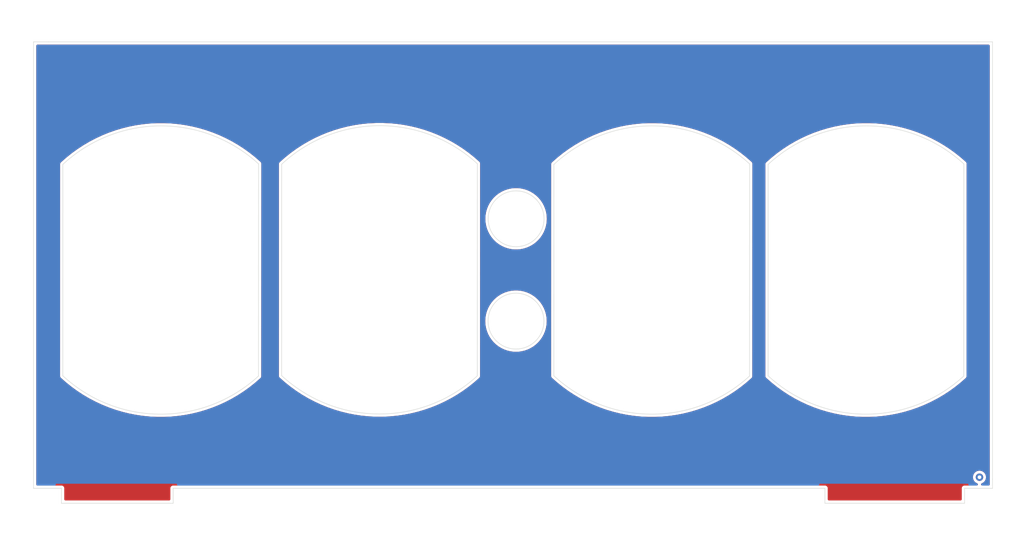
<source format=kicad_pcb>
(kicad_pcb (version 20211014) (generator pcbnew)

  (general
    (thickness 1.6)
  )

  (paper "A4")
  (layers
    (0 "F.Cu" signal)
    (31 "B.Cu" signal)
    (32 "B.Adhes" user "B.Adhesive")
    (33 "F.Adhes" user "F.Adhesive")
    (34 "B.Paste" user)
    (35 "F.Paste" user)
    (36 "B.SilkS" user "B.Silkscreen")
    (37 "F.SilkS" user "F.Silkscreen")
    (38 "B.Mask" user)
    (39 "F.Mask" user)
    (40 "Dwgs.User" user "User.Drawings")
    (41 "Cmts.User" user "User.Comments")
    (42 "Eco1.User" user "User.Eco1")
    (43 "Eco2.User" user "User.Eco2")
    (44 "Edge.Cuts" user)
    (45 "Margin" user)
    (46 "B.CrtYd" user "B.Courtyard")
    (47 "F.CrtYd" user "F.Courtyard")
    (48 "B.Fab" user)
    (49 "F.Fab" user)
  )

  (setup
    (pad_to_mask_clearance 0.051)
    (solder_mask_min_width 0.25)
    (pcbplotparams
      (layerselection 0x00010c0_ffffffff)
      (disableapertmacros false)
      (usegerberextensions false)
      (usegerberattributes false)
      (usegerberadvancedattributes false)
      (creategerberjobfile false)
      (svguseinch false)
      (svgprecision 6)
      (excludeedgelayer true)
      (plotframeref false)
      (viasonmask false)
      (mode 1)
      (useauxorigin false)
      (hpglpennumber 1)
      (hpglpenspeed 20)
      (hpglpendiameter 15.000000)
      (dxfpolygonmode true)
      (dxfimperialunits true)
      (dxfusepcbnewfont true)
      (psnegative false)
      (psa4output false)
      (plotreference true)
      (plotvalue true)
      (plotinvisibletext false)
      (sketchpadsonfab false)
      (subtractmaskfromsilk false)
      (outputformat 1)
      (mirror false)
      (drillshape 0)
      (scaleselection 1)
      (outputdirectory "gerber/")
    )
  )

  (net 0 "")

  (gr_line (start 108.6 100) (end 108.6 52) (layer "Edge.Cuts") (width 0.05) (tstamp 00000000-0000-0000-0000-00005e13da03))
  (gr_line (start 135.252718 65.152927) (end 135.25 87.88) (layer "Edge.Cuts") (width 0.05) (tstamp 00000000-0000-0000-0000-00005efe7401))
  (gr_line (start 156.261248 87.906533) (end 156.27 65.1) (layer "Edge.Cuts") (width 0.05) (tstamp 00000000-0000-0000-0000-00005efe7402))
  (gr_arc (start 156.261248 87.906533) (mid 145.750438 92.000218) (end 135.250001 87.879999) (layer "Edge.Cuts") (width 0.05) (tstamp 00000000-0000-0000-0000-00005efe7403))
  (gr_arc (start 135.252718 65.152927) (mid 145.751005 61.014883) (end 156.269999 65.100001) (layer "Edge.Cuts") (width 0.05) (tstamp 00000000-0000-0000-0000-00005efe7404))
  (gr_line (start 187.502718 65.172927) (end 187.5 87.9) (layer "Edge.Cuts") (width 0.05) (tstamp 00000000-0000-0000-0000-00005efe74ba))
  (gr_arc (start 187.502718 65.172927) (mid 198.001005 61.034883) (end 208.519999 65.120001) (layer "Edge.Cuts") (width 0.05) (tstamp 00000000-0000-0000-0000-00005efe74bb))
  (gr_line (start 208.511248 87.926533) (end 208.52 65.12) (layer "Edge.Cuts") (width 0.05) (tstamp 00000000-0000-0000-0000-00005efe74bc))
  (gr_arc (start 208.511248 87.926533) (mid 198.000438 92.020218) (end 187.500001 87.899999) (layer "Edge.Cuts") (width 0.05) (tstamp 00000000-0000-0000-0000-00005efe74bd))
  (gr_circle (center 160.43 71.02) (end 163.43 71.02) (layer "Edge.Cuts") (width 0.05) (fill none) (tstamp 00000000-0000-0000-0000-00005efe7592))
  (gr_line (start 210 52) (end 211.6 52) (layer "Edge.Cuts") (width 0.05) (tstamp 00000000-0000-0000-0000-00005efe75a1))
  (gr_line (start 108.6 52) (end 110.2 52) (layer "Edge.Cuts") (width 0.05) (tstamp 00000000-0000-0000-0000-00005efe75a5))
  (gr_line (start 123.6 100) (end 193.6 100) (layer "Edge.Cuts") (width 0.05) (tstamp 00000000-0000-0000-0000-00005efe7719))
  (gr_line (start 111.752718 65.172927) (end 111.75 87.9) (layer "Edge.Cuts") (width 0.05) (tstamp 29256b3d-9450-4c0a-a4d4-911f04b9c140))
  (gr_line (start 211.6 99) (end 211.6 100) (layer "Edge.Cuts") (width 0.05) (tstamp 2d6718e7-f18d-444d-9792-ddf1a113460c))
  (gr_line (start 208.6 100) (end 208.6 101.6) (layer "Edge.Cuts") (width 0.05) (tstamp 3451168c-3c76-4628-aee4-7c231bd100c3))
  (gr_arc (start 132.761248 87.926533) (mid 122.250438 92.020218) (end 111.750001 87.899999) (layer "Edge.Cuts") (width 0.05) (tstamp 37e4dc66-4492-4061-908d-7213940a2ec3))
  (gr_arc (start 111.752718 65.172927) (mid 122.251005 61.034883) (end 132.769999 65.120001) (layer "Edge.Cuts") (width 0.05) (tstamp 483f60da-14d7-4f88-8d01-3f9f30784c70))
  (gr_arc (start 185.501248 87.926533) (mid 174.990438 92.020218) (end 164.490001 87.899999) (layer "Edge.Cuts") (width 0.05) (tstamp 4d609e7c-74c9-4ae9-a26d-946ff00c167d))
  (gr_line (start 208.6 101.6) (end 193.6 101.6) (layer "Edge.Cuts") (width 0.05) (tstamp 563c12e4-8f8c-446c-a11f-94f5aa93b994))
  (gr_line (start 111.6 101.6) (end 123.6 101.6) (layer "Edge.Cuts") (width 0.05) (tstamp 6ff874d0-4ac5-414c-83a7-573eda4c7703))
  (gr_line (start 110.2 52) (end 210 52) (layer "Edge.Cuts") (width 0.05) (tstamp 71c77456-1405-42e3-95ed-69e629de0558))
  (gr_line (start 185.501248 87.926533) (end 185.51 65.12) (layer "Edge.Cuts") (width 0.05) (tstamp 786b6072-5772-4bc1-8eeb-6c4e19f2a91b))
  (gr_line (start 111.6 100) (end 111.6 101.6) (layer "Edge.Cuts") (width 0.05) (tstamp 9538e4ed-27e6-4c37-b989-9859dc0d49e8))
  (gr_arc (start 164.492718 65.172927) (mid 174.991005 61.034883) (end 185.509999 65.120001) (layer "Edge.Cuts") (width 0.05) (tstamp 9a9f2d82-f64d-4264-8bec-c182528fc4de))
  (gr_line (start 193.6 101.6) (end 193.6 100) (layer "Edge.Cuts") (width 0.05) (tstamp a3668681-09b1-48f0-a7b1-f6b24183a469))
  (gr_line (start 164.492718 65.172927) (end 164.49 87.9) (layer "Edge.Cuts") (width 0.05) (tstamp b60c50d1-225e-415c-8712-7acb5e3dc8ea))
  (gr_line (start 211.6 100) (end 208.6 100) (layer "Edge.Cuts") (width 0.05) (tstamp ca213826-0282-4b3a-840f-ec416dc34acf))
  (gr_circle (center 160.42 82.02) (end 163.42 82.02) (layer "Edge.Cuts") (width 0.05) (fill none) (tstamp dd2f6b13-9e35-4a67-90ac-cf0d1ea34e5a))
  (gr_line (start 108.6 100) (end 111.6 100) (layer "Edge.Cuts") (width 0.05) (tstamp e1105432-6a2f-45d9-8a08-47401d087cf4))
  (gr_line (start 123.6 101.6) (end 123.6 100) (layer "Edge.Cuts") (width 0.05) (tstamp e63e39d7-6ac0-4ffd-8aa3-1841a4541b55))
  (gr_line (start 211.6 52) (end 211.6 99) (layer "Edge.Cuts") (width 0.05) (tstamp f144a97d-c3f0-423f-b0a9-3f7dbc42478b))
  (gr_line (start 132.761248 87.926533) (end 132.77 65.12) (layer "Edge.Cuts") (width 0.05) (tstamp fb03d859-dcc9-4533-b352-64830e0e5423))

  (via (at 210.2 98.8) (size 0.8) (drill 0.4) (layers "F.Cu" "B.Cu") (net 0) (tstamp 04f5865e-f449-4408-a0c8-771cccfcb129))

  (zone (net 0) (net_name "") (layer "F.Cu") (tstamp 00000000-0000-0000-0000-00005effc3c2) (hatch edge 0.508)
    (connect_pads yes (clearance 0.3))
    (min_thickness 0.254) (filled_areas_thickness no)
    (fill yes (thermal_gap 0.508) (thermal_bridge_width 0.508))
    (polygon
      (pts
        (xy 107.5 50)
        (xy 107.5 105)
        (xy 212.5 105)
        (xy 212.5 50)
      )
    )
    (filled_polygon
      (layer "F.Cu")
      (island)
      (pts
        (xy 211.242121 52.320002)
        (xy 211.288614 52.373658)
        (xy 211.3 52.426)
        (xy 211.3 99.574)
        (xy 211.279998 99.642121)
        (xy 211.226342 99.688614)
        (xy 211.174 99.7)
        (xy 210.5006 99.7)
        (xy 210.432479 99.679998)
        (xy 210.385986 99.626342)
        (xy 210.375882 99.556068)
        (xy 210.405376 99.491488)
        (xy 210.443986 99.461435)
        (xy 210.583714 99.391159)
        (xy 210.590498 99.387747)
        (xy 210.719423 99.277634)
        (xy 210.818361 99.139947)
        (xy 210.826237 99.120356)
        (xy 210.878766 98.989687)
        (xy 210.878767 98.989685)
        (xy 210.881601 98.982634)
        (xy 210.90549 98.814778)
        (xy 210.905645 98.8)
        (xy 210.90384 98.78508)
        (xy 210.886188 98.63922)
        (xy 210.885276 98.63168)
        (xy 210.825345 98.473077)
        (xy 210.729312 98.333349)
        (xy 210.717514 98.322837)
        (xy 210.608392 98.225612)
        (xy 210.608388 98.22561)
        (xy 210.602721 98.22056)
        (xy 210.452881 98.141224)
        (xy 210.288441 98.099919)
        (xy 210.280843 98.099879)
        (xy 210.280841 98.099879)
        (xy 210.203668 98.099475)
        (xy 210.118895 98.099031)
        (xy 210.111508 98.100805)
        (xy 210.111504 98.100805)
        (xy 209.968162 98.13522)
        (xy 209.954032 98.138612)
        (xy 209.947288 98.142093)
        (xy 209.947285 98.142094)
        (xy 209.942089 98.144776)
        (xy 209.803369 98.216375)
        (xy 209.675604 98.327831)
        (xy 209.578113 98.466547)
        (xy 209.516524 98.624513)
        (xy 209.494394 98.792611)
        (xy 209.512999 98.961135)
        (xy 209.571266 99.120356)
        (xy 209.575502 99.126659)
        (xy 209.575502 99.12666)
        (xy 209.588574 99.146113)
        (xy 209.66583 99.261083)
        (xy 209.671442 99.26619)
        (xy 209.671445 99.266193)
        (xy 209.785612 99.370077)
        (xy 209.785616 99.37008)
        (xy 209.791233 99.375191)
        (xy 209.797906 99.378814)
        (xy 209.79791 99.378817)
        (xy 209.933558 99.452467)
        (xy 209.93356 99.452468)
        (xy 209.940235 99.456092)
        (xy 209.945387 99.457444)
        (xy 210.000598 99.500523)
        (xy 210.024074 99.567526)
        (xy 210.007598 99.636584)
        (xy 209.956403 99.685773)
        (xy 209.89824 99.7)
        (xy 208.652256 99.7)
        (xy 208.640756 99.699438)
        (xy 208.629782 99.69626)
        (xy 208.618189 99.697264)
        (xy 208.618188 99.697264)
        (xy 208.594482 99.699317)
        (xy 208.593538 99.699399)
        (xy 208.592025 99.69953)
        (xy 208.581153 99.7)
        (xy 208.572095 99.7)
        (xy 208.566394 99.701062)
        (xy 208.566391 99.701062)
        (xy 208.565539 99.701221)
        (xy 208.553352 99.702879)
        (xy 208.53286 99.704654)
        (xy 208.51844 99.705903)
        (xy 208.507989 99.711012)
        (xy 208.504714 99.71192)
        (xy 208.501563 99.713136)
        (xy 208.49013 99.715265)
        (xy 208.460284 99.733662)
        (xy 208.449528 99.739588)
        (xy 208.418034 99.754983)
        (xy 208.41012 99.763515)
        (xy 208.407403 99.765533)
        (xy 208.4049 99.767803)
        (xy 208.394993 99.773909)
        (xy 208.373782 99.801803)
        (xy 208.365871 99.811216)
        (xy 208.342029 99.836917)
        (xy 208.337717 99.847723)
        (xy 208.335905 99.85059)
        (xy 208.334386 99.853611)
        (xy 208.327346 99.862869)
        (xy 208.324112 99.874037)
        (xy 208.324109 99.874043)
        (xy 208.317599 99.896525)
        (xy 208.313602 99.908167)
        (xy 208.30391 99.932459)
        (xy 208.303909 99.932465)
        (xy 208.300615 99.94072)
        (xy 208.3 99.946993)
        (xy 208.3 99.950082)
        (xy 208.29985 99.953145)
        (xy 208.299736 99.953139)
        (xy 208.299438 99.959244)
        (xy 208.29626 99.970218)
        (xy 208.297264 99.981811)
        (xy 208.297264 99.981812)
        (xy 208.29953 100.007975)
        (xy 208.3 100.018847)
        (xy 208.3 101.174)
        (xy 208.279998 101.242121)
        (xy 208.226342 101.288614)
        (xy 208.174 101.3)
        (xy 194.026 101.3)
        (xy 193.957879 101.279998)
        (xy 193.911386 101.226342)
        (xy 193.9 101.174)
        (xy 193.9 100.052256)
        (xy 193.900562 100.040756)
        (xy 193.90374 100.029782)
        (xy 193.90047 99.992025)
        (xy 193.9 99.981153)
        (xy 193.9 99.972095)
        (xy 193.898779 99.965538)
        (xy 193.897121 99.953352)
        (xy 193.895101 99.930033)
        (xy 193.894097 99.91844)
        (xy 193.888988 99.907989)
        (xy 193.88808 99.904714)
        (xy 193.886864 99.901563)
        (xy 193.884735 99.89013)
        (xy 193.866338 99.860284)
        (xy 193.860412 99.849528)
        (xy 193.845017 99.818034)
        (xy 193.836485 99.81012)
        (xy 193.834467 99.807403)
        (xy 193.832197 99.8049)
        (xy 193.826091 99.794993)
        (xy 193.798195 99.773781)
        (xy 193.788784 99.765871)
        (xy 193.763083 99.742029)
        (xy 193.752277 99.737717)
        (xy 193.74941 99.735905)
        (xy 193.746389 99.734386)
        (xy 193.737131 99.727346)
        (xy 193.725963 99.724112)
        (xy 193.725957 99.724109)
        (xy 193.703475 99.717599)
        (xy 193.691833 99.713602)
        (xy 193.667541 99.70391)
        (xy 193.667535 99.703909)
        (xy 193.65928 99.700615)
        (xy 193.653007 99.7)
        (xy 193.649918 99.7)
        (xy 193.646855 99.69985)
        (xy 193.646861 99.699736)
        (xy 193.640756 99.699438)
        (xy 193.629782 99.69626)
        (xy 193.618189 99.697264)
        (xy 193.618188 99.697264)
        (xy 193.594482 99.699317)
        (xy 193.593538 99.699399)
        (xy 193.592025 99.69953)
        (xy 193.581153 99.7)
        (xy 123.652256 99.7)
        (xy 123.640756 99.699438)
        (xy 123.629782 99.69626)
        (xy 123.618189 99.697264)
        (xy 123.618188 99.697264)
        (xy 123.594482 99.699317)
        (xy 123.593538 99.699399)
        (xy 123.592025 99.69953)
        (xy 123.581153 99.7)
        (xy 123.572095 99.7)
        (xy 123.566394 99.701062)
        (xy 123.566391 99.701062)
        (xy 123.565539 99.701221)
        (xy 123.553352 99.702879)
        (xy 123.53286 99.704654)
        (xy 123.51844 99.705903)
        (xy 123.507989 99.711012)
        (xy 123.504714 99.71192)
        (xy 123.501563 99.713136)
        (xy 123.49013 99.715265)
        (xy 123.460284 99.733662)
        (xy 123.449528 99.739588)
        (xy 123.418034 99.754983)
        (xy 123.41012 99.763515)
        (xy 123.407403 99.765533)
        (xy 123.4049 99.767803)
        (xy 123.394993 99.773909)
        (xy 123.373782 99.801803)
        (xy 123.365871 99.811216)
        (xy 123.342029 99.836917)
        (xy 123.337717 99.847723)
        (xy 123.335905 99.85059)
        (xy 123.334386 99.853611)
        (xy 123.327346 99.862869)
        (xy 123.324112 99.874037)
        (xy 123.324109 99.874043)
        (xy 123.317599 99.896525)
        (xy 123.313602 99.908167)
        (xy 123.30391 99.932459)
        (xy 123.303909 99.932465)
        (xy 123.300615 99.94072)
        (xy 123.3 99.946993)
        (xy 123.3 99.950082)
        (xy 123.29985 99.953145)
        (xy 123.299736 99.953139)
        (xy 123.299438 99.959244)
        (xy 123.29626 99.970218)
        (xy 123.297264 99.981811)
        (xy 123.297264 99.981812)
        (xy 123.29953 100.007975)
        (xy 123.3 100.018847)
        (xy 123.3 101.174)
        (xy 123.279998 101.242121)
        (xy 123.226342 101.288614)
        (xy 123.174 101.3)
        (xy 112.026 101.3)
        (xy 111.957879 101.279998)
        (xy 111.911386 101.226342)
        (xy 111.9 101.174)
        (xy 111.9 100.052256)
        (xy 111.900562 100.040756)
        (xy 111.90374 100.029782)
        (xy 111.90047 99.992025)
        (xy 111.9 99.981153)
        (xy 111.9 99.972095)
        (xy 111.898779 99.965538)
        (xy 111.897121 99.953352)
        (xy 111.895101 99.930033)
        (xy 111.894097 99.91844)
        (xy 111.888988 99.907989)
        (xy 111.88808 99.904714)
        (xy 111.886864 99.901563)
        (xy 111.884735 99.89013)
        (xy 111.866338 99.860284)
        (xy 111.860412 99.849528)
        (xy 111.845017 99.818034)
        (xy 111.836485 99.81012)
        (xy 111.834467 99.807403)
        (xy 111.832197 99.8049)
        (xy 111.826091 99.794993)
        (xy 111.798195 99.773781)
        (xy 111.788784 99.765871)
        (xy 111.763083 99.742029)
        (xy 111.752277 99.737717)
        (xy 111.74941 99.735905)
        (xy 111.746389 99.734386)
        (xy 111.737131 99.727346)
        (xy 111.725963 99.724112)
        (xy 111.725957 99.724109)
        (xy 111.703475 99.717599)
        (xy 111.691833 99.713602)
        (xy 111.667541 99.70391)
        (xy 111.667535 99.703909)
        (xy 111.65928 99.700615)
        (xy 111.653007 99.7)
        (xy 111.649918 99.7)
        (xy 111.646855 99.69985)
        (xy 111.646861 99.699736)
        (xy 111.640756 99.699438)
        (xy 111.629782 99.69626)
        (xy 111.618189 99.697264)
        (xy 111.618188 99.697264)
        (xy 111.594482 99.699317)
        (xy 111.593538 99.699399)
        (xy 111.592025 99.69953)
        (xy 111.581153 99.7)
        (xy 109.026 99.7)
        (xy 108.957879 99.679998)
        (xy 108.911386 99.626342)
        (xy 108.9 99.574)
        (xy 108.9 87.938304)
        (xy 111.447791 87.938304)
        (xy 111.451055 87.948832)
        (xy 111.451055 87.948834)
        (xy 111.455994 87.964767)
        (xy 111.459517 87.97902)
        (xy 111.465252 88.009836)
        (xy 111.471357 88.019743)
        (xy 111.472018 88.021457)
        (xy 111.472501 88.022313)
        (xy 111.475853 88.028829)
        (xy 111.479117 88.039356)
        (xy 111.489026 88.052399)
        (xy 111.498315 88.064627)
        (xy 111.505248 88.07474)
        (xy 111.517208 88.094147)
        (xy 111.523884 88.10498)
        (xy 111.533143 88.112023)
        (xy 111.534118 88.113098)
        (xy 111.536938 88.115466)
        (xy 111.543117 88.123599)
        (xy 111.543597 88.123908)
        (xy 111.792334 88.343189)
        (xy 112.091229 88.606688)
        (xy 112.11284 88.62574)
        (xy 112.705985 89.099982)
        (xy 113.32124 89.545165)
        (xy 113.325164 89.547726)
        (xy 113.955894 89.95942)
        (xy 113.955905 89.959427)
        (xy 113.957183 89.960261)
        (xy 113.958487 89.961026)
        (xy 113.958509 89.961039)
        (xy 114.578224 90.324308)
        (xy 114.612343 90.344308)
        (xy 114.613673 90.345004)
        (xy 114.613682 90.345009)
        (xy 115.246986 90.67642)
        (xy 115.285205 90.69642)
        (xy 115.974215 91.015783)
        (xy 116.677779 91.301658)
        (xy 116.679166 91.302145)
        (xy 116.679189 91.302154)
        (xy 117.100209 91.450072)
        (xy 117.394271 91.553385)
        (xy 117.395692 91.553809)
        (xy 117.395696 91.55381)
        (xy 117.615805 91.61944)
        (xy 118.122034 91.770381)
        (xy 118.859387 91.952144)
        (xy 119.604624 92.098256)
        (xy 119.606125 92.098476)
        (xy 119.606131 92.098477)
        (xy 120.250738 92.192947)
        (xy 120.356023 92.208377)
        (xy 121.111846 92.282254)
        (xy 121.264565 92.289797)
        (xy 121.868839 92.319641)
        (xy 121.868859 92.319641)
        (xy 121.870347 92.319715)
        (xy 121.871858 92.319717)
        (xy 121.871862 92.319717)
        (xy 122.208472 92.320142)
        (xy 122.629772 92.320674)
        (xy 122.631263 92.320604)
        (xy 122.631269 92.320604)
        (xy 123.056607 92.300674)
        (xy 123.388365 92.285129)
        (xy 123.389878 92.284985)
        (xy 124.142882 92.213303)
        (xy 124.142889 92.213302)
        (xy 124.144372 92.213161)
        (xy 124.524568 92.158422)
        (xy 124.894556 92.105153)
        (xy 124.894569 92.105151)
        (xy 124.896047 92.104938)
        (xy 124.897516 92.104654)
        (xy 124.897521 92.104653)
        (xy 125.094149 92.066618)
        (xy 125.641651 91.96071)
        (xy 125.643103 91.960356)
        (xy 126.378006 91.781164)
        (xy 126.378024 91.781159)
        (xy 126.37946 91.780809)
        (xy 127.107769 91.565651)
        (xy 127.568855 91.404964)
        (xy 127.823458 91.316236)
        (xy 127.823466 91.316233)
        (xy 127.824895 91.315735)
        (xy 128.529178 91.031638)
        (xy 128.530562 91.031001)
        (xy 128.530573 91.030996)
        (xy 129.217589 90.714663)
        (xy 129.218992 90.714017)
        (xy 129.220341 90.713315)
        (xy 129.220352 90.71331)
        (xy 129.891397 90.364305)
        (xy 129.891412 90.364297)
        (xy 129.892742 90.363605)
        (xy 130.54887 89.981214)
        (xy 131.185859 89.567726)
        (xy 131.802236 89.124098)
        (xy 132.371394 88.671387)
        (xy 132.395392 88.652299)
        (xy 132.395403 88.65229)
        (xy 132.396577 88.651356)
        (xy 132.55551 88.511956)
        (xy 132.959118 88.157952)
        (xy 132.959119 88.157951)
        (xy 132.967086 88.150963)
        (xy 132.967567 88.150655)
        (xy 132.987012 88.125193)
        (xy 132.994804 88.115946)
        (xy 133.019156 88.089715)
        (xy 133.023471 88.078913)
        (xy 133.024251 88.07768)
        (xy 133.025673 88.07457)
        (xy 133.031779 88.066574)
        (xy 133.042543 88.03216)
        (xy 133.045778 88.023063)
        (xy 133.04642 88.021457)
        (xy 133.06061 87.985928)
        (xy 133.061228 87.979655)
        (xy 133.06123 87.975215)
        (xy 133.061458 87.971687)
        (xy 133.063361 87.965602)
        (xy 133.061385 87.922611)
        (xy 133.061287 87.918304)
        (xy 134.947791 87.918304)
        (xy 134.951055 87.928832)
        (xy 134.951055 87.928834)
        (xy 134.955994 87.944767)
        (xy 134.959517 87.95902)
        (xy 134.965252 87.989836)
        (xy 134.971357 87.999743)
        (xy 134.972018 88.001457)
        (xy 134.972501 88.002313)
        (xy 134.975853 88.008829)
        (xy 134.979117 88.019356)
        (xy 134.985785 88.028133)
        (xy 134.998315 88.044627)
        (xy 135.005248 88.05474)
        (xy 135.017781 88.075077)
        (xy 135.023884 88.08498)
        (xy 135.033143 88.092023)
        (xy 135.034118 88.093098)
        (xy 135.036938 88.095466)
        (xy 135.043117 88.103599)
        (xy 135.043597 88.103908)
        (xy 135.61284 88.60574)
        (xy 136.205985 89.079982)
        (xy 136.82124 89.525165)
        (xy 136.822496 89.525985)
        (xy 136.822505 89.525991)
        (xy 137.455894 89.93942)
        (xy 137.455905 89.939427)
        (xy 137.457183 89.940261)
        (xy 137.458487 89.941026)
        (xy 137.458509 89.941039)
        (xy 137.95959 90.234766)
        (xy 138.112343 90.324308)
        (xy 138.113673 90.325004)
        (xy 138.113682 90.325009)
        (xy 138.464128 90.508399)
        (xy 138.785205 90.67642)
        (xy 139.474215 90.995783)
        (xy 140.177779 91.281658)
        (xy 140.179166 91.282145)
        (xy 140.179189 91.282154)
        (xy 140.564108 91.417388)
        (xy 140.894271 91.533385)
        (xy 140.895692 91.533809)
        (xy 140.895696 91.53381)
        (xy 141.000801 91.565149)
        (xy 141.622034 91.750381)
        (xy 142.359387 91.932144)
        (xy 142.360869 91.932435)
        (xy 142.360871 91.932435)
        (xy 142.461396 91.952144)
        (xy 143.104624 92.078256)
        (xy 143.106125 92.078476)
        (xy 143.106131 92.078477)
        (xy 143.854508 92.188155)
        (xy 143.856023 92.188377)
        (xy 144.611846 92.262254)
        (xy 144.764565 92.269797)
        (xy 145.368839 92.299641)
        (xy 145.368859 92.299641)
        (xy 145.370347 92.299715)
        (xy 145.371858 92.299717)
        (xy 145.371862 92.299717)
        (xy 145.708472 92.300142)
        (xy 146.129772 92.300674)
        (xy 146.131263 92.300604)
        (xy 146.131269 92.300604)
        (xy 146.472548 92.284613)
        (xy 146.888365 92.265129)
        (xy 146.889878 92.264985)
        (xy 147.642882 92.193303)
        (xy 147.642889 92.193302)
        (xy 147.644372 92.193161)
        (xy 148.024568 92.138422)
        (xy 148.394556 92.085153)
        (xy 148.394569 92.085151)
        (xy 148.396047 92.084938)
        (xy 148.397516 92.084654)
        (xy 148.397521 92.084653)
        (xy 148.594149 92.046618)
        (xy 149.141651 91.94071)
        (xy 149.143103 91.940356)
        (xy 149.878006 91.761164)
        (xy 149.878024 91.761159)
        (xy 149.87946 91.760809)
        (xy 150.607769 91.545651)
        (xy 151.033205 91.397388)
        (xy 151.323458 91.296236)
        (xy 151.323466 91.296233)
        (xy 151.324895 91.295735)
        (xy 152.029178 91.011638)
        (xy 152.030562 91.011001)
        (xy 152.030573 91.010996)
        (xy 152.717589 90.694663)
        (xy 152.718992 90.694017)
        (xy 152.720341 90.693315)
        (xy 152.720352 90.69331)
        (xy 153.391397 90.344305)
        (xy 153.391412 90.344297)
        (xy 153.392742 90.343605)
        (xy 154.04887 89.961214)
        (xy 154.685859 89.547726)
        (xy 155.302236 89.104098)
        (xy 155.53515 88.918837)
        (xy 155.895392 88.632299)
        (xy 155.895403 88.63229)
        (xy 155.896577 88.631356)
        (xy 156.384946 88.203008)
        (xy 156.459118 88.137952)
        (xy 156.459119 88.137951)
        (xy 156.467086 88.130963)
        (xy 156.467567 88.130655)
        (xy 156.475412 88.120383)
        (xy 156.48701 88.105195)
        (xy 156.494804 88.095946)
        (xy 156.519156 88.069715)
        (xy 156.523471 88.058913)
        (xy 156.524251 88.05768)
        (xy 156.525673 88.05457)
        (xy 156.531779 88.046574)
        (xy 156.542543 88.01216)
        (xy 156.545778 88.003063)
        (xy 156.54642 88.001457)
        (xy 156.56061 87.965928)
        (xy 156.561228 87.959655)
        (xy 156.56123 87.955215)
        (xy 156.561458 87.951687)
        (xy 156.563361 87.945602)
        (xy 156.563026 87.938304)
        (xy 164.187791 87.938304)
        (xy 164.191055 87.948832)
        (xy 164.191055 87.948834)
        (xy 164.195994 87.964767)
        (xy 164.199517 87.97902)
        (xy 164.205252 88.009836)
        (xy 164.211357 88.019743)
        (xy 164.212018 88.021457)
        (xy 164.212501 88.022313)
        (xy 164.215853 88.028829)
        (xy 164.219117 88.039356)
        (xy 164.229026 88.052399)
        (xy 164.238315 88.064627)
        (xy 164.245248 88.07474)
        (xy 164.257208 88.094147)
        (xy 164.263884 88.10498)
        (xy 164.273143 88.112023)
        (xy 164.274118 88.113098)
        (xy 164.276938 88.115466)
        (xy 164.283117 88.123599)
        (xy 164.283597 88.123908)
        (xy 164.532334 88.343189)
        (xy 164.831229 88.606688)
        (xy 164.85284 88.62574)
        (xy 165.445985 89.099982)
        (xy 166.06124 89.545165)
        (xy 166.065164 89.547726)
        (xy 166.695894 89.95942)
        (xy 166.695905 89.959427)
        (xy 166.697183 89.960261)
        (xy 166.698487 89.961026)
        (xy 166.698509 89.961039)
        (xy 167.318224 90.324308)
        (xy 167.352343 90.344308)
        (xy 167.353673 90.345004)
        (xy 167.353682 90.345009)
        (xy 167.986986 90.67642)
        (xy 168.025205 90.69642)
        (xy 168.714215 91.015783)
        (xy 169.417779 91.301658)
        (xy 169.419166 91.302145)
        (xy 169.419189 91.302154)
        (xy 169.840209 91.450072)
        (xy 170.134271 91.553385)
        (xy 170.135692 91.553809)
        (xy 170.135696 91.55381)
        (xy 170.355805 91.61944)
        (xy 170.862034 91.770381)
        (xy 171.599387 91.952144)
        (xy 172.344624 92.098256)
        (xy 172.346125 92.098476)
        (xy 172.346131 92.098477)
        (xy 172.990738 92.192947)
        (xy 173.096023 92.208377)
        (xy 173.851846 92.282254)
        (xy 174.004565 92.289797)
        (xy 174.608839 92.319641)
        (xy 174.608859 92.319641)
        (xy 174.610347 92.319715)
        (xy 174.611858 92.319717)
        (xy 174.611862 92.319717)
        (xy 174.948472 92.320142)
        (xy 175.369772 92.320674)
        (xy 175.371263 92.320604)
        (xy 175.371269 92.320604)
        (xy 175.796607 92.300674)
        (xy 176.128365 92.285129)
        (xy 176.129878 92.284985)
        (xy 176.882882 92.213303)
        (xy 176.882889 92.213302)
        (xy 176.884372 92.213161)
        (xy 177.264568 92.158422)
        (xy 177.634556 92.105153)
        (xy 177.634569 92.105151)
        (xy 177.636047 92.104938)
        (xy 177.637516 92.104654)
        (xy 177.637521 92.104653)
        (xy 177.834149 92.066618)
        (xy 178.381651 91.96071)
        (xy 178.383103 91.960356)
        (xy 179.118006 91.781164)
        (xy 179.118024 91.781159)
        (xy 179.11946 91.780809)
        (xy 179.847769 91.565651)
        (xy 180.308855 91.404964)
        (xy 180.563458 91.316236)
        (xy 180.563466 91.316233)
        (xy 180.564895 91.315735)
        (xy 181.269178 91.031638)
        (xy 181.270562 91.031001)
        (xy 181.270573 91.030996)
        (xy 181.957589 90.714663)
        (xy 181.958992 90.714017)
        (xy 181.960341 90.713315)
        (xy 181.960352 90.71331)
        (xy 182.631397 90.364305)
        (xy 182.631412 90.364297)
        (xy 182.632742 90.363605)
        (xy 183.28887 89.981214)
        (xy 183.925859 89.567726)
        (xy 184.542236 89.124098)
        (xy 185.111394 88.671387)
        (xy 185.135392 88.652299)
        (xy 185.135403 88.65229)
        (xy 185.136577 88.651356)
        (xy 185.29551 88.511956)
        (xy 185.699118 88.157952)
        (xy 185.699119 88.157951)
        (xy 185.707086 88.150963)
        (xy 185.707567 88.150655)
        (xy 185.727012 88.125193)
        (xy 185.734804 88.115946)
        (xy 185.759156 88.089715)
        (xy 185.763471 88.078913)
        (xy 185.764251 88.07768)
        (xy 185.765673 88.07457)
        (xy 185.771779 88.066574)
        (xy 185.782543 88.03216)
        (xy 185.785778 88.023063)
        (xy 185.78642 88.021457)
        (xy 185.80061 87.985928)
        (xy 185.801228 87.979655)
        (xy 185.80123 87.975215)
        (xy 185.801458 87.971687)
        (xy 185.803361 87.965602)
        (xy 185.802106 87.938304)
        (xy 187.197791 87.938304)
        (xy 187.201055 87.948832)
        (xy 187.201055 87.948834)
        (xy 187.205994 87.964767)
        (xy 187.209517 87.97902)
        (xy 187.215252 88.009836)
        (xy 187.221357 88.019743)
        (xy 187.222018 88.021457)
        (xy 187.222501 88.022313)
        (xy 187.225853 88.028829)
        (xy 187.229117 88.039356)
        (xy 187.239026 88.052399)
        (xy 187.248315 88.064627)
        (xy 187.255248 88.07474)
        (xy 187.267208 88.094147)
        (xy 187.273884 88.10498)
        (xy 187.283143 88.112023)
        (xy 187.284118 88.113098)
        (xy 187.286938 88.115466)
        (xy 187.293117 88.123599)
        (xy 187.293597 88.123908)
        (xy 187.542334 88.343189)
        (xy 187.841229 88.606688)
        (xy 187.86284 88.62574)
        (xy 188.455985 89.099982)
        (xy 189.07124 89.545165)
        (xy 189.075164 89.547726)
        (xy 189.705894 89.95942)
        (xy 189.705905 89.959427)
        (xy 189.707183 89.960261)
        (xy 189.708487 89.961026)
        (xy 189.708509 89.961039)
        (xy 190.328224 90.324308)
        (xy 190.362343 90.344308)
        (xy 190.363673 90.345004)
        (xy 190.363682 90.345009)
        (xy 190.996986 90.67642)
        (xy 191.035205 90.69642)
        (xy 191.724215 91.015783)
        (xy 192.427779 91.301658)
        (xy 192.429166 91.302145)
        (xy 192.429189 91.302154)
        (xy 192.850209 91.450072)
        (xy 193.144271 91.553385)
        (xy 193.145692 91.553809)
        (xy 193.145696 91.55381)
        (xy 193.365805 91.61944)
        (xy 193.872034 91.770381)
        (xy 194.609387 91.952144)
        (xy 195.354624 92.098256)
        (xy 195.356125 92.098476)
        (xy 195.356131 92.098477)
        (xy 196.000738 92.192947)
        (xy 196.106023 92.208377)
        (xy 196.861846 92.282254)
        (xy 197.014565 92.289797)
        (xy 197.618839 92.319641)
        (xy 197.618859 92.319641)
        (xy 197.620347 92.319715)
        (xy 197.621858 92.319717)
        (xy 197.621862 92.319717)
        (xy 197.958472 92.320142)
        (xy 198.379772 92.320674)
        (xy 198.381263 92.320604)
        (xy 198.381269 92.320604)
        (xy 198.806607 92.300674)
        (xy 199.138365 92.285129)
        (xy 199.139878 92.284985)
        (xy 199.892882 92.213303)
        (xy 199.892889 92.213302)
        (xy 199.894372 92.213161)
        (xy 200.274568 92.158422)
        (xy 200.644556 92.105153)
        (xy 200.644569 92.105151)
        (xy 200.646047 92.104938)
        (xy 200.647516 92.104654)
        (xy 200.647521 92.104653)
        (xy 200.844149 92.066618)
        (xy 201.391651 91.96071)
        (xy 201.393103 91.960356)
        (xy 202.128006 91.781164)
        (xy 202.128024 91.781159)
        (xy 202.12946 91.780809)
        (xy 202.857769 91.565651)
        (xy 203.318855 91.404964)
        (xy 203.573458 91.316236)
        (xy 203.573466 91.316233)
        (xy 203.574895 91.315735)
        (xy 204.279178 91.031638)
        (xy 204.280562 91.031001)
        (xy 204.280573 91.030996)
        (xy 204.967589 90.714663)
        (xy 204.968992 90.714017)
        (xy 204.970341 90.713315)
        (xy 204.970352 90.71331)
        (xy 205.641397 90.364305)
        (xy 205.641412 90.364297)
        (xy 205.642742 90.363605)
        (xy 206.29887 89.981214)
        (xy 206.935859 89.567726)
        (xy 207.552236 89.124098)
        (xy 208.121394 88.671387)
        (xy 208.145392 88.652299)
        (xy 208.145403 88.65229)
        (xy 208.146577 88.651356)
        (xy 208.30551 88.511956)
        (xy 208.709118 88.157952)
        (xy 208.709119 88.157951)
        (xy 208.717086 88.150963)
        (xy 208.717567 88.150655)
        (xy 208.737012 88.125193)
        (xy 208.744804 88.115946)
        (xy 208.769156 88.089715)
        (xy 208.773471 88.078913)
        (xy 208.774251 88.07768)
        (xy 208.775673 88.07457)
        (xy 208.781779 88.066574)
        (xy 208.792543 88.03216)
        (xy 208.795778 88.023063)
        (xy 208.79642 88.021457)
        (xy 208.81061 87.985928)
        (xy 208.811228 87.979655)
        (xy 208.81123 87.975215)
        (xy 208.811458 87.971687)
        (xy 208.813361 87.965602)
        (xy 208.811385 87.922611)
        (xy 208.811252 87.916783)
        (xy 208.811258 87.902617)
        (xy 208.817875 70.659715)
        (xy 208.819997 65.129652)
        (xy 208.820126 65.124002)
        (xy 208.821587 65.091736)
        (xy 208.821587 65.091733)
        (xy 208.822085 65.080725)
        (xy 208.814016 65.05499)
        (xy 208.810367 65.040318)
        (xy 208.806902 65.021673)
        (xy 208.804777 65.010239)
        (xy 208.798679 65.000337)
        (xy 208.797923 64.998376)
        (xy 208.793732 64.990294)
        (xy 208.790434 64.979775)
        (xy 208.783739 64.97102)
        (xy 208.783737 64.971017)
        (xy 208.7716 64.955146)
        (xy 208.764403 64.944682)
        (xy 208.752271 64.924984)
        (xy 208.752269 64.924982)
        (xy 208.74617 64.915079)
        (xy 208.736914 64.908035)
        (xy 208.735927 64.906945)
        (xy 208.732619 64.904177)
        (xy 208.726164 64.895737)
        (xy 208.725663 64.895417)
        (xy 208.348429 64.565015)
        (xy 208.155709 64.39622)
        (xy 208.155704 64.396215)
        (xy 208.154567 64.39522)
        (xy 208.153376 64.394274)
        (xy 207.560807 63.923657)
        (xy 207.5608 63.923652)
        (xy 207.559613 63.922709)
        (xy 207.456514 63.848627)
        (xy 206.943841 63.480244)
        (xy 206.943827 63.480234)
        (xy 206.942617 63.479365)
        (xy 206.44309 63.155685)
        (xy 206.306273 63.067031)
        (xy 206.306262 63.067024)
        (xy 206.30501 63.066213)
        (xy 205.648266 62.684211)
        (xy 205.646926 62.683515)
        (xy 205.646914 62.683509)
        (xy 205.266041 62.48585)
        (xy 204.973907 62.334243)
        (xy 204.283494 62.017119)
        (xy 204.082554 61.936288)
        (xy 203.580054 61.734148)
        (xy 203.580038 61.734142)
        (xy 203.578626 61.733574)
        (xy 202.860934 61.484263)
        (xy 202.13208 61.269765)
        (xy 201.393751 61.090576)
        (xy 200.718489 60.96073)
        (xy 200.649162 60.947399)
        (xy 200.649154 60.947398)
        (xy 200.647658 60.94711)
        (xy 200.646176 60.946898)
        (xy 200.646156 60.946895)
        (xy 199.897007 60.839911)
        (xy 199.896993 60.839909)
        (xy 199.895527 60.8397)
        (xy 199.894032 60.839559)
        (xy 199.894028 60.839559)
        (xy 199.140592 60.768735)
        (xy 199.140582 60.768734)
        (xy 199.1391 60.768595)
        (xy 198.380129 60.733959)
        (xy 198.033423 60.734832)
        (xy 197.621878 60.735868)
        (xy 197.62187 60.735868)
        (xy 197.62037 60.735872)
        (xy 197.618857 60.735949)
        (xy 197.618845 60.735949)
        (xy 196.863097 60.774253)
        (xy 196.863088 60.774254)
        (xy 196.861582 60.77433)
        (xy 196.30513 60.829466)
        (xy 196.107026 60.849095)
        (xy 196.107023 60.849095)
        (xy 196.105523 60.849244)
        (xy 195.353943 60.960441)
        (xy 195.352486 60.960729)
        (xy 195.352479 60.96073)
        (xy 195.168501 60.997069)
        (xy 194.608581 61.107662)
        (xy 194.383743 61.16343)
        (xy 193.872627 61.290205)
        (xy 193.872613 61.290209)
        (xy 193.871165 61.290568)
        (xy 193.1434 61.508734)
        (xy 192.426973 61.761656)
        (xy 192.425573 61.762227)
        (xy 192.425574 61.762227)
        (xy 191.724959 62.048169)
        (xy 191.724949 62.048173)
        (xy 191.723541 62.048748)
        (xy 191.722173 62.049385)
        (xy 191.722154 62.049393)
        (xy 191.077704 62.349344)
        (xy 191.034734 62.369344)
        (xy 191.033402 62.370044)
        (xy 190.363492 62.721997)
        (xy 190.36348 62.722004)
        (xy 190.362147 62.722704)
        (xy 189.707335 63.108009)
        (xy 189.071817 63.524367)
        (xy 189.070592 63.525257)
        (xy 189.07059 63.525258)
        (xy 188.471167 63.96057)
        (xy 188.457062 63.970813)
        (xy 187.864494 64.446314)
        (xy 187.863359 64.447319)
        (xy 187.863351 64.447325)
        (xy 187.303852 64.942367)
        (xy 187.303851 64.942369)
        (xy 187.295921 64.949385)
        (xy 187.295426 64.949705)
        (xy 187.288777 64.95849)
        (xy 187.288774 64.958493)
        (xy 187.276606 64.974571)
        (xy 187.268503 64.984231)
        (xy 187.244767 65.009813)
        (xy 187.240456 65.020614)
        (xy 187.239661 65.021871)
        (xy 187.237939 65.025662)
        (xy 187.23158 65.034064)
        (xy 187.228336 65.044597)
        (xy 187.221222 65.067694)
        (xy 187.217829 65.077307)
        (xy 187.20334 65.113611)
        (xy 187.202724 65.119884)
        (xy 187.202724 65.122961)
        (xy 187.202723 65.122973)
        (xy 187.202723 65.124507)
        (xy 187.202469 65.128577)
        (xy 187.200438 65.135173)
        (xy 187.201711 65.160458)
        (xy 187.202558 65.17729)
        (xy 187.202717 65.183624)
        (xy 187.201628 74.284159)
        (xy 187.200001 87.889681)
        (xy 187.199853 87.895767)
        (xy 187.198834 87.916783)
        (xy 187.197791 87.938304)
        (xy 185.802106 87.938304)
        (xy 185.801385 87.922611)
        (xy 185.801252 87.916783)
        (xy 185.801258 87.902617)
        (xy 185.807875 70.659715)
        (xy 185.809997 65.129652)
        (xy 185.810126 65.124002)
        (xy 185.811587 65.091736)
        (xy 185.811587 65.091733)
        (xy 185.812085 65.080725)
        (xy 185.804016 65.05499)
        (xy 185.800367 65.040318)
        (xy 185.796902 65.021673)
        (xy 185.794777 65.010239)
        (xy 185.788679 65.000337)
        (xy 185.787923 64.998376)
        (xy 185.783732 64.990294)
        (xy 185.780434 64.979775)
        (xy 185.773739 64.97102)
        (xy 185.773737 64.971017)
        (xy 185.7616 64.955146)
        (xy 185.754403 64.944682)
        (xy 185.742271 64.924984)
        (xy 185.742269 64.924982)
        (xy 185.73617 64.915079)
        (xy 185.726914 64.908035)
        (xy 185.725927 64.906945)
        (xy 185.722619 64.904177)
        (xy 185.716164 64.895737)
        (xy 185.715663 64.895417)
        (xy 185.338429 64.565015)
        (xy 185.145709 64.39622)
        (xy 185.145704 64.396215)
        (xy 185.144567 64.39522)
        (xy 185.143376 64.394274)
        (xy 184.550807 63.923657)
        (xy 184.5508 63.923652)
        (xy 184.549613 63.922709)
        (xy 184.446514 63.848627)
        (xy 183.933841 63.480244)
        (xy 183.933827 63.480234)
        (xy 183.932617 63.479365)
        (xy 183.43309 63.155685)
        (xy 183.296273 63.067031)
        (xy 183.296262 63.067024)
        (xy 183.29501 63.066213)
        (xy 182.638266 62.684211)
        (xy 182.636926 62.683515)
        (xy 182.636914 62.683509)
        (xy 182.256041 62.48585)
        (xy 181.963907 62.334243)
        (xy 181.273494 62.017119)
        (xy 181.072554 61.936288)
        (xy 180.570054 61.734148)
        (xy 180.570038 61.734142)
        (xy 180.568626 61.733574)
        (xy 179.850934 61.484263)
        (xy 179.12208 61.269765)
        (xy 178.383751 61.090576)
        (xy 177.708489 60.96073)
        (xy 177.639162 60.947399)
        (xy 177.639154 60.947398)
        (xy 177.637658 60.94711)
        (xy 177.636176 60.946898)
        (xy 177.636156 60.946895)
        (xy 176.887007 60.839911)
        (xy 176.886993 60.839909)
        (xy 176.885527 60.8397)
        (xy 176.884032 60.839559)
        (xy 176.884028 60.839559)
        (xy 176.130592 60.768735)
        (xy 176.130582 60.768734)
        (xy 176.1291 60.768595)
        (xy 175.370129 60.733959)
        (xy 175.023423 60.734832)
        (xy 174.611878 60.735868)
        (xy 174.61187 60.735868)
        (xy 174.61037 60.735872)
        (xy 174.608857 60.735949)
        (xy 174.608845 60.735949)
        (xy 173.853097 60.774253)
        (xy 173.853088 60.774254)
        (xy 173.851582 60.77433)
        (xy 173.29513 60.829466)
        (xy 173.097026 60.849095)
        (xy 173.097023 60.849095)
        (xy 173.095523 60.849244)
        (xy 172.343943 60.960441)
        (xy 172.342486 60.960729)
        (xy 172.342479 60.96073)
        (xy 172.158501 60.997069)
        (xy 171.598581 61.107662)
        (xy 171.373743 61.16343)
        (xy 170.862627 61.290205)
        (xy 170.862613 61.290209)
        (xy 170.861165 61.290568)
        (xy 170.1334 61.508734)
        (xy 169.416973 61.761656)
        (xy 169.415573 61.762227)
        (xy 169.415574 61.762227)
        (xy 168.714959 62.048169)
        (xy 168.714949 62.048173)
        (xy 168.713541 62.048748)
        (xy 168.712173 62.049385)
        (xy 168.712154 62.049393)
        (xy 168.067704 62.349344)
        (xy 168.024734 62.369344)
        (xy 168.023402 62.370044)
        (xy 167.353492 62.721997)
        (xy 167.35348 62.722004)
        (xy 167.352147 62.722704)
        (xy 166.697335 63.108009)
        (xy 166.061817 63.524367)
        (xy 166.060592 63.525257)
        (xy 166.06059 63.525258)
        (xy 165.461167 63.96057)
        (xy 165.447062 63.970813)
        (xy 164.854494 64.446314)
        (xy 164.853359 64.447319)
        (xy 164.853351 64.447325)
        (xy 164.293852 64.942367)
        (xy 164.293851 64.942369)
        (xy 164.285921 64.949385)
        (xy 164.285426 64.949705)
        (xy 164.278777 64.95849)
        (xy 164.278774 64.958493)
        (xy 164.266606 64.974571)
        (xy 164.258503 64.984231)
        (xy 164.234767 65.009813)
        (xy 164.230456 65.020614)
        (xy 164.229661 65.021871)
        (xy 164.227939 65.025662)
        (xy 164.22158 65.034064)
        (xy 164.218336 65.044597)
        (xy 164.211222 65.067694)
        (xy 164.207829 65.077307)
        (xy 164.19334 65.113611)
        (xy 164.192724 65.119884)
        (xy 164.192724 65.122961)
        (xy 164.192723 65.122973)
        (xy 164.192723 65.124507)
        (xy 164.192469 65.128577)
        (xy 164.190438 65.135173)
        (xy 164.191711 65.160458)
        (xy 164.192558 65.17729)
        (xy 164.192717 65.183624)
        (xy 164.191628 74.284159)
        (xy 164.190001 87.889681)
        (xy 164.189853 87.895767)
        (xy 164.188834 87.916783)
        (xy 164.187791 87.938304)
        (xy 156.563026 87.938304)
        (xy 156.561385 87.902611)
        (xy 156.561252 87.896783)
        (xy 156.561253 87.895767)
        (xy 156.563512 82.008464)
        (xy 157.115173 82.008464)
        (xy 157.115345 82.011859)
        (xy 157.115345 82.01186)
        (xy 157.116835 82.041266)
        (xy 157.133257 82.365451)
        (xy 157.18979 82.718396)
        (xy 157.28411 83.063172)
        (xy 157.415114 83.395744)
        (xy 157.416697 83.398759)
        (xy 157.579685 83.709207)
        (xy 157.57969 83.709215)
        (xy 157.581269 83.712223)
        (xy 157.583163 83.715041)
        (xy 157.583168 83.71505)
        (xy 157.672215 83.847565)
        (xy 157.780632 84.008907)
        (xy 158.01087 84.282323)
        (xy 158.269291 84.529276)
        (xy 158.55287 84.746874)
        (xy 158.587659 84.768026)
        (xy 158.855377 84.930801)
        (xy 158.855382 84.930804)
        (xy 158.858292 84.932573)
        (xy 158.86138 84.934019)
        (xy 158.861379 84.934019)
        (xy 159.178899 85.082757)
        (xy 159.178909 85.082761)
        (xy 159.181983 85.084201)
        (xy 159.185201 85.085303)
        (xy 159.185204 85.085304)
        (xy 159.516932 85.19888)
        (xy 159.51694 85.198882)
        (xy 159.520155 85.199983)
        (xy 159.868855 85.278566)
        (xy 159.911669 85.283444)
        (xy 160.220619 85.318645)
        (xy 160.220627 85.318645)
        (xy 160.224002 85.31903)
        (xy 160.227406 85.319048)
        (xy 160.227409 85.319048)
        (xy 160.421011 85.320061)
        (xy 160.581441 85.320901)
        (xy 160.584827 85.320551)
        (xy 160.584829 85.320551)
        (xy 160.9336 85.28451)
        (xy 160.933609 85.284509)
        (xy 160.936992 85.284159)
        (xy 160.940325 85.283445)
        (xy 160.940328 85.283444)
        (xy 161.112403 85.246554)
        (xy 161.286495 85.209232)
        (xy 161.625862 85.096997)
        (xy 161.951123 84.948767)
        (xy 162.046382 84.892207)
        (xy 162.255527 84.768026)
        (xy 162.255532 84.768023)
        (xy 162.258472 84.766277)
        (xy 162.284315 84.746874)
        (xy 162.541582 84.553712)
        (xy 162.544315 84.55166)
        (xy 162.805307 84.307427)
        (xy 163.038396 84.036436)
        (xy 163.211729 83.784236)
        (xy 163.238925 83.744666)
        (xy 163.23893 83.744659)
        (xy 163.240855 83.741857)
        (xy 163.242467 83.738863)
        (xy 163.242472 83.738855)
        (xy 163.408693 83.430147)
        (xy 163.410315 83.427135)
        (xy 163.544794 83.095953)
        (xy 163.55507 83.059881)
        (xy 163.641785 82.755462)
        (xy 163.642719 82.752184)
        (xy 163.702945 82.39985)
        (xy 163.704844 82.368812)
        (xy 163.724656 82.04487)
        (xy 163.724766 82.043072)
        (xy 163.724847 82.02)
        (xy 163.705517 81.663079)
        (xy 163.647752 81.310333)
        (xy 163.55223 80.965888)
        (xy 163.420066 80.633775)
        (xy 163.344313 80.490703)
        (xy 163.254406 80.320897)
        (xy 163.254402 80.32089)
        (xy 163.252807 80.317878)
        (xy 163.05241 80.021892)
        (xy 162.821218 79.749281)
        (xy 162.561937 79.503232)
        (xy 162.3449 79.337894)
        (xy 162.280307 79.288687)
        (xy 162.280305 79.288685)
        (xy 162.2776 79.286625)
        (xy 162.274688 79.284868)
        (xy 162.274683 79.284865)
        (xy 161.974453 79.103755)
        (xy 161.974452 79.103755)
        (xy 161.971532 79.101993)
        (xy 161.963689 79.098352)
        (xy 161.650395 78.952926)
        (xy 161.650393 78.952925)
        (xy 161.647314 78.951496)
        (xy 161.644102 78.950409)
        (xy 161.644095 78.950406)
        (xy 161.311975 78.83799)
        (xy 161.31197 78.837988)
        (xy 161.308739 78.836895)
        (xy 161.294833 78.833812)
        (xy 161.224812 78.818289)
        (xy 160.959767 78.75953)
        (xy 160.834234 78.745671)
        (xy 160.607863 78.720679)
        (xy 160.607858 78.720679)
        (xy 160.604482 78.720306)
        (xy 160.601083 78.7203)
        (xy 160.601082 78.7203)
        (xy 160.432596 78.720006)
        (xy 160.247038 78.719682)
        (xy 160.114823 78.733812)
        (xy 159.895001 78.757304)
        (xy 159.894995 78.757305)
        (xy 159.891617 78.757666)
        (xy 159.888294 78.75839)
        (xy 159.888291 78.758391)
        (xy 159.879669 78.760271)
        (xy 159.542378 78.833812)
        (xy 159.203405 78.947231)
        (xy 158.878664 79.096595)
        (xy 158.87573 79.098351)
        (xy 158.875728 79.098352)
        (xy 158.784777 79.152785)
        (xy 158.571953 79.280158)
        (xy 158.286861 79.495771)
        (xy 158.284379 79.49811)
        (xy 158.284373 79.498115)
        (xy 158.140353 79.633833)
        (xy 158.026723 79.740913)
        (xy 158.024511 79.743503)
        (xy 158.024509 79.743505)
        (xy 157.987462 79.786882)
        (xy 157.794581 80.012716)
        (xy 157.792662 80.015528)
        (xy 157.792659 80.015533)
        (xy 157.786397 80.024713)
        (xy 157.593152 80.308)
        (xy 157.424791 80.623311)
        (xy 157.423516 80.626483)
        (xy 157.423514 80.626487)
        (xy 157.419313 80.636939)
        (xy 157.291469 80.954961)
        (xy 157.29055 80.958229)
        (xy 157.290548 80.958236)
        (xy 157.195665 81.295792)
        (xy 157.194744 81.29907)
        (xy 157.135749 81.651612)
        (xy 157.116138 81.991726)
        (xy 157.115173 82.008464)
        (xy 156.563512 82.008464)
        (xy 156.566962 73.017004)
        (xy 156.567733 71.008464)
        (xy 157.125173 71.008464)
        (xy 157.125345 71.011859)
        (xy 157.125345 71.01186)
        (xy 157.126835 71.041266)
        (xy 157.143257 71.365451)
        (xy 157.19979 71.718396)
        (xy 157.29411 72.063172)
        (xy 157.425114 72.395744)
        (xy 157.426697 72.398759)
        (xy 157.589685 72.709207)
        (xy 157.58969 72.709215)
        (xy 157.591269 72.712223)
        (xy 157.593163 72.715041)
        (xy 157.593168 72.71505)
        (xy 157.682215 72.847565)
        (xy 157.790632 73.008907)
        (xy 158.02087 73.282323)
        (xy 158.279291 73.529276)
        (xy 158.56287 73.746874)
        (xy 158.597659 73.768026)
        (xy 158.865377 73.930801)
        (xy 158.865382 73.930804)
        (xy 158.868292 73.932573)
        (xy 158.87138 73.934019)
        (xy 158.871379 73.934019)
        (xy 159.188899 74.082757)
        (xy 159.188909 74.082761)
        (xy 159.191983 74.084201)
        (xy 159.195201 74.085303)
        (xy 159.195204 74.085304)
        (xy 159.526932 74.19888)
        (xy 159.52694 74.198882)
        (xy 159.530155 74.199983)
        (xy 159.878855 74.278566)
        (xy 159.921669 74.283444)
        (xy 160.230619 74.318645)
        (xy 160.230627 74.318645)
        (xy 160.234002 74.31903)
        (xy 160.237406 74.319048)
        (xy 160.237409 74.319048)
        (xy 160.431011 74.320061)
        (xy 160.591441 74.320901)
        (xy 160.594827 74.320551)
        (xy 160.594829 74.320551)
        (xy 160.9436 74.28451)
        (xy 160.943609 74.284509)
        (xy 160.946992 74.284159)
        (xy 160.950325 74.283445)
        (xy 160.950328 74.283444)
        (xy 161.122403 74.246554)
        (xy 161.296495 74.209232)
        (xy 161.635862 74.096997)
        (xy 161.961123 73.948767)
        (xy 162.056382 73.892207)
        (xy 162.265527 73.768026)
        (xy 162.265532 73.768023)
        (xy 162.268472 73.766277)
        (xy 162.294315 73.746874)
        (xy 162.551582 73.553712)
        (xy 162.554315 73.55166)
        (xy 162.815307 73.307427)
        (xy 163.048396 73.036436)
        (xy 163.221729 72.784236)
        (xy 163.248925 72.744666)
        (xy 163.24893 72.744659)
        (xy 163.250855 72.741857)
        (xy 163.252467 72.738863)
        (xy 163.252472 72.738855)
        (xy 163.418693 72.430147)
        (xy 163.420315 72.427135)
        (xy 163.554794 72.095953)
        (xy 163.56507 72.059881)
        (xy 163.651785 71.755462)
        (xy 163.652719 71.752184)
        (xy 163.712945 71.39985)
        (xy 163.714844 71.368812)
        (xy 163.734656 71.04487)
        (xy 163.734766 71.043072)
        (xy 163.734847 71.02)
        (xy 163.715517 70.663079)
        (xy 163.657752 70.310333)
        (xy 163.56223 69.965888)
        (xy 163.430066 69.633775)
        (xy 163.354313 69.490703)
        (xy 163.264406 69.320897)
        (xy 163.264402 69.32089)
        (xy 163.262807 69.317878)
        (xy 163.06241 69.021892)
        (xy 162.831218 68.749281)
        (xy 162.571937 68.503232)
        (xy 162.3549 68.337894)
        (xy 162.290307 68.288687)
        (xy 162.290305 68.288685)
        (xy 162.2876 68.286625)
        (xy 162.284688 68.284868)
        (xy 162.284683 68.284865)
        (xy 161.984453 68.103755)
        (xy 161.984452 68.103755)
        (xy 161.981532 68.101993)
        (xy 161.973689 68.098352)
        (xy 161.660395 67.952926)
        (xy 161.660393 67.952925)
        (xy 161.657314 67.951496)
        (xy 161.654102 67.950409)
        (xy 161.654095 67.950406)
        (xy 161.321975 67.83799)
        (xy 161.32197 67.837988)
        (xy 161.318739 67.836895)
        (xy 161.304833 67.833812)
        (xy 161.234812 67.818289)
        (xy 160.969767 67.75953)
        (xy 160.844234 67.745671)
        (xy 160.617863 67.720679)
        (xy 160.617858 67.720679)
        (xy 160.614482 67.720306)
        (xy 160.611083 67.7203)
        (xy 160.611082 67.7203)
        (xy 160.442596 67.720006)
        (xy 160.257038 67.719682)
        (xy 160.124823 67.733812)
        (xy 159.905001 67.757304)
        (xy 159.904995 67.757305)
        (xy 159.901617 67.757666)
        (xy 159.898294 67.75839)
        (xy 159.898291 67.758391)
        (xy 159.889669 67.760271)
        (xy 159.552378 67.833812)
        (xy 159.213405 67.947231)
        (xy 158.888664 68.096595)
        (xy 158.88573 68.098351)
        (xy 158.885728 68.098352)
        (xy 158.794777 68.152785)
        (xy 158.581953 68.280158)
        (xy 158.296861 68.495771)
        (xy 158.294379 68.49811)
        (xy 158.294373 68.498115)
        (xy 158.150353 68.633833)
        (xy 158.036723 68.740913)
        (xy 158.034511 68.743503)
        (xy 158.034509 68.743505)
        (xy 157.997462 68.786882)
        (xy 157.804581 69.012716)
        (xy 157.802662 69.015528)
        (xy 157.802659 69.015533)
        (xy 157.796397 69.024713)
        (xy 157.603152 69.308)
        (xy 157.434791 69.623311)
        (xy 157.433516 69.626483)
        (xy 157.433514 69.626487)
        (xy 157.429313 69.636939)
        (xy 157.301469 69.954961)
        (xy 157.30055 69.958229)
        (xy 157.300548 69.958236)
        (xy 157.205665 70.295792)
        (xy 157.204744 70.29907)
        (xy 157.145749 70.651612)
        (xy 157.126138 70.991726)
        (xy 157.125173 71.008464)
        (xy 156.567733 71.008464)
        (xy 156.569997 65.109652)
        (xy 156.570126 65.104002)
        (xy 156.571587 65.071736)
        (xy 156.571587 65.071733)
        (xy 156.572085 65.060725)
        (xy 156.564016 65.03499)
        (xy 156.560367 65.020318)
        (xy 156.556902 65.001673)
        (xy 156.554777 64.990239)
        (xy 156.548679 64.980337)
        (xy 156.547923 64.978376)
        (xy 156.543732 64.970294)
        (xy 156.540434 64.959775)
        (xy 156.533739 64.95102)
        (xy 156.533737 64.951017)
        (xy 156.5216 64.935146)
        (xy 156.514403 64.924682)
        (xy 156.502271 64.904984)
        (xy 156.502269 64.904982)
        (xy 156.49617 64.895079)
        (xy 156.486914 64.888035)
        (xy 156.485927 64.886945)
        (xy 156.482619 64.884177)
        (xy 156.476164 64.875737)
        (xy 156.475663 64.875417)
        (xy 155.984647 64.445358)
        (xy 155.905709 64.37622)
        (xy 155.905704 64.376215)
        (xy 155.904567 64.37522)
        (xy 155.880004 64.355712)
        (xy 155.310807 63.903657)
        (xy 155.3108 63.903652)
        (xy 155.309613 63.902709)
        (xy 155.206514 63.828627)
        (xy 154.693841 63.460244)
        (xy 154.693827 63.460234)
        (xy 154.692617 63.459365)
        (xy 154.249392 63.172167)
        (xy 154.056273 63.047031)
        (xy 154.056262 63.047024)
        (xy 154.05501 63.046213)
        (xy 153.398266 62.664211)
        (xy 153.396926 62.663515)
        (xy 153.396914 62.663509)
        (xy 153.048569 62.482731)
        (xy 152.723907 62.314243)
        (xy 152.602782 62.258607)
        (xy 152.1473 62.049393)
        (xy 152.033494 61.997119)
        (xy 151.571398 61.811233)
        (xy 151.330054 61.714148)
        (xy 151.330038 61.714142)
        (xy 151.328626 61.713574)
        (xy 150.610934 61.464263)
        (xy 149.88208 61.249765)
        (xy 149.143751 61.070576)
        (xy 148.738589 60.992668)
        (xy 148.399162 60.927399)
        (xy 148.399154 60.927398)
        (xy 148.397658 60.92711)
        (xy 148.396176 60.926898)
        (xy 148.396156 60.926895)
        (xy 147.647007 60.819911)
        (xy 147.646993 60.819909)
        (xy 147.645527 60.8197)
        (xy 147.644032 60.819559)
        (xy 147.644028 60.819559)
        (xy 146.890592 60.748735)
        (xy 146.890582 60.748734)
        (xy 146.8891 60.748595)
        (xy 146.130129 60.713959)
        (xy 145.783423 60.714832)
        (xy 145.371878 60.715868)
        (xy 145.37187 60.715868)
        (xy 145.37037 60.715872)
        (xy 145.368857 60.715949)
        (xy 145.368845 60.715949)
        (xy 144.613097 60.754253)
        (xy 144.613088 60.754254)
        (xy 144.611582 60.75433)
        (xy 143.983815 60.816532)
        (xy 143.857026 60.829095)
        (xy 143.857023 60.829095)
        (xy 143.855523 60.829244)
        (xy 143.103943 60.940441)
        (xy 143.102486 60.940729)
        (xy 143.102479 60.94073)
        (xy 143.068715 60.947399)
        (xy 142.358581 61.087662)
        (xy 142.279133 61.107368)
        (xy 141.622627 61.270205)
        (xy 141.622613 61.270209)
        (xy 141.621165 61.270568)
        (xy 140.8934 61.488734)
        (xy 140.176973 61.741656)
        (xy 140.175573 61.742227)
        (xy 140.175574 61.742227)
        (xy 139.474959 62.028169)
        (xy 139.474949 62.028173)
        (xy 139.473541 62.028748)
        (xy 139.472173 62.029385)
        (xy 139.472154 62.029393)
        (xy 138.815698 62.334932)
        (xy 138.784734 62.349344)
        (xy 138.746666 62.369344)
        (xy 138.113492 62.701997)
        (xy 138.11348 62.702004)
        (xy 138.112147 62.702704)
        (xy 137.457335 63.088009)
        (xy 137.456049 63.088851)
        (xy 137.456045 63.088854)
        (xy 137.425518 63.108854)
        (xy 136.821817 63.504367)
        (xy 136.820592 63.505257)
        (xy 136.82059 63.505258)
        (xy 136.244456 63.923657)
        (xy 136.207062 63.950813)
        (xy 135.614494 64.426314)
        (xy 135.613359 64.427319)
        (xy 135.613351 64.427325)
        (xy 135.053852 64.922367)
        (xy 135.053851 64.922369)
        (xy 135.045921 64.929385)
        (xy 135.045426 64.929705)
        (xy 135.038777 64.93849)
        (xy 135.038774 64.938493)
        (xy 135.026606 64.954571)
        (xy 135.018503 64.964231)
        (xy 134.994767 64.989813)
        (xy 134.990456 65.000614)
        (xy 134.989661 65.001871)
        (xy 134.987939 65.005662)
        (xy 134.98158 65.014064)
        (xy 134.978336 65.024597)
        (xy 134.971222 65.047694)
        (xy 134.967829 65.057307)
        (xy 134.95334 65.093611)
        (xy 134.952724 65.099884)
        (xy 134.952724 65.102961)
        (xy 134.952723 65.102973)
        (xy 134.952723 65.104507)
        (xy 134.952469 65.108577)
        (xy 134.950438 65.115173)
        (xy 134.951999 65.146178)
        (xy 134.952558 65.15729)
        (xy 134.952717 65.163624)
        (xy 134.95169 73.746874)
        (xy 134.950001 87.869681)
        (xy 134.949853 87.875767)
        (xy 134.947791 87.918304)
        (xy 133.061287 87.918304)
        (xy 133.061252 87.916783)
        (xy 133.061258 87.902617)
        (xy 133.067875 70.659715)
        (xy 133.069997 65.129652)
        (xy 133.070126 65.124002)
        (xy 133.071587 65.091736)
        (xy 133.071587 65.091733)
        (xy 133.072085 65.080725)
        (xy 133.064016 65.05499)
        (xy 133.060367 65.040318)
        (xy 133.056902 65.021673)
        (xy 133.054777 65.010239)
        (xy 133.048679 65.000337)
        (xy 133.047923 64.998376)
        (xy 133.043732 64.990294)
        (xy 133.040434 64.979775)
        (xy 133.033739 64.97102)
        (xy 133.033737 64.971017)
        (xy 133.0216 64.955146)
        (xy 133.014403 64.944682)
        (xy 133.002271 64.924984)
        (xy 133.002269 64.924982)
        (xy 132.99617 64.915079)
        (xy 132.986914 64.908035)
        (xy 132.985927 64.906945)
        (xy 132.982619 64.904177)
        (xy 132.976164 64.895737)
        (xy 132.975663 64.895417)
        (xy 132.598429 64.565015)
        (xy 132.405709 64.39622)
        (xy 132.405704 64.396215)
        (xy 132.404567 64.39522)
        (xy 132.403376 64.394274)
        (xy 131.810807 63.923657)
        (xy 131.8108 63.923652)
        (xy 131.809613 63.922709)
        (xy 131.706514 63.848627)
        (xy 131.193841 63.480244)
        (xy 131.193827 63.480234)
        (xy 131.192617 63.479365)
        (xy 130.69309 63.155685)
        (xy 130.556273 63.067031)
        (xy 130.556262 63.067024)
        (xy 130.55501 63.066213)
        (xy 129.898266 62.684211)
        (xy 129.896926 62.683515)
        (xy 129.896914 62.683509)
        (xy 129.516041 62.48585)
        (xy 129.223907 62.334243)
        (xy 128.533494 62.017119)
        (xy 128.332554 61.936288)
        (xy 127.830054 61.734148)
        (xy 127.830038 61.734142)
        (xy 127.828626 61.733574)
        (xy 127.110934 61.484263)
        (xy 126.38208 61.269765)
        (xy 125.643751 61.090576)
        (xy 124.968489 60.96073)
        (xy 124.899162 60.947399)
        (xy 124.899154 60.947398)
        (xy 124.897658 60.94711)
        (xy 124.896176 60.946898)
        (xy 124.896156 60.946895)
        (xy 124.147007 60.839911)
        (xy 124.146993 60.839909)
        (xy 124.145527 60.8397)
        (xy 124.144032 60.839559)
        (xy 124.144028 60.839559)
        (xy 123.390592 60.768735)
        (xy 123.390582 60.768734)
        (xy 123.3891 60.768595)
        (xy 122.630129 60.733959)
        (xy 122.283423 60.734832)
        (xy 121.871878 60.735868)
        (xy 121.87187 60.735868)
        (xy 121.87037 60.735872)
        (xy 121.868857 60.735949)
        (xy 121.868845 60.735949)
        (xy 121.113097 60.774253)
        (xy 121.113088 60.774254)
        (xy 121.111582 60.77433)
        (xy 120.55513 60.829466)
        (xy 120.357026 60.849095)
        (xy 120.357023 60.849095)
        (xy 120.355523 60.849244)
        (xy 119.603943 60.960441)
        (xy 119.602486 60.960729)
        (xy 119.602479 60.96073)
        (xy 119.418501 60.997069)
        (xy 118.858581 61.107662)
        (xy 118.633743 61.16343)
        (xy 118.122627 61.290205)
        (xy 118.122613 61.290209)
        (xy 118.121165 61.290568)
        (xy 117.3934 61.508734)
        (xy 116.676973 61.761656)
        (xy 116.675573 61.762227)
        (xy 116.675574 61.762227)
        (xy 115.974959 62.048169)
        (xy 115.974949 62.048173)
        (xy 115.973541 62.048748)
        (xy 115.972173 62.049385)
        (xy 115.972154 62.049393)
        (xy 115.327704 62.349344)
        (xy 115.284734 62.369344)
        (xy 115.283402 62.370044)
        (xy 114.613492 62.721997)
        (xy 114.61348 62.722004)
        (xy 114.612147 62.722704)
        (xy 113.957335 63.108009)
        (xy 113.321817 63.524367)
        (xy 113.320592 63.525257)
        (xy 113.32059 63.525258)
        (xy 112.721167 63.96057)
        (xy 112.707062 63.970813)
        (xy 112.114494 64.446314)
        (xy 112.113359 64.447319)
        (xy 112.113351 64.447325)
        (xy 111.553852 64.942367)
        (xy 111.553851 64.942369)
        (xy 111.545921 64.949385)
        (xy 111.545426 64.949705)
        (xy 111.538777 64.95849)
        (xy 111.538774 64.958493)
        (xy 111.526606 64.974571)
        (xy 111.518503 64.984231)
        (xy 111.494767 65.009813)
        (xy 111.490456 65.020614)
        (xy 111.489661 65.021871)
        (xy 111.487939 65.025662)
        (xy 111.48158 65.034064)
        (xy 111.478336 65.044597)
        (xy 111.471222 65.067694)
        (xy 111.467829 65.077307)
        (xy 111.45334 65.113611)
        (xy 111.452724 65.119884)
        (xy 111.452724 65.122961)
        (xy 111.452723 65.122973)
        (xy 111.452723 65.124507)
        (xy 111.452469 65.128577)
        (xy 111.450438 65.135173)
        (xy 111.451711 65.160458)
        (xy 111.452558 65.17729)
        (xy 111.452717 65.183624)
        (xy 111.451628 74.284159)
        (xy 111.450001 87.889681)
        (xy 111.449853 87.895767)
        (xy 111.448834 87.916783)
        (xy 111.447791 87.938304)
        (xy 108.9 87.938304)
        (xy 108.9 52.426)
        (xy 108.920002 52.357879)
        (xy 108.973658 52.311386)
        (xy 109.026 52.3)
        (xy 211.174 52.3)
      )
    )
  )
  (zone (net 0) (net_name "") (layer "B.Cu") (tstamp 00000000-0000-0000-0000-00005effc3bf) (hatch edge 0.508)
    (connect_pads yes (clearance 0.3))
    (min_thickness 0.254) (filled_areas_thickness no)
    (fill yes (thermal_gap 0.508) (thermal_bridge_width 0.508))
    (polygon
      (pts
        (xy 105 47.5)
        (xy 105 107.5)
        (xy 215 107.5)
        (xy 215 47.5)
      )
    )
    (filled_polygon
      (layer "B.Cu")
      (island)
      (pts
        (xy 211.242121 52.320002)
        (xy 211.288614 52.373658)
        (xy 211.3 52.426)
        (xy 211.3 99.574)
        (xy 211.279998 99.642121)
        (xy 211.226342 99.688614)
        (xy 211.174 99.7)
        (xy 210.5006 99.7)
        (xy 210.432479 99.679998)
        (xy 210.385986 99.626342)
        (xy 210.375882 99.556068)
        (xy 210.405376 99.491488)
        (xy 210.443986 99.461435)
        (xy 210.583714 99.391159)
        (xy 210.590498 99.387747)
        (xy 210.719423 99.277634)
        (xy 210.818361 99.139947)
        (xy 210.826237 99.120356)
        (xy 210.878766 98.989687)
        (xy 210.878767 98.989685)
        (xy 210.881601 98.982634)
        (xy 210.90549 98.814778)
        (xy 210.905645 98.8)
        (xy 210.90384 98.78508)
        (xy 210.886188 98.63922)
        (xy 210.885276 98.63168)
        (xy 210.825345 98.473077)
        (xy 210.729312 98.333349)
        (xy 210.717514 98.322837)
        (xy 210.608392 98.225612)
        (xy 210.608388 98.22561)
        (xy 210.602721 98.22056)
        (xy 210.452881 98.141224)
        (xy 210.288441 98.099919)
        (xy 210.280843 98.099879)
        (xy 210.280841 98.099879)
        (xy 210.203668 98.099475)
        (xy 210.118895 98.099031)
        (xy 210.111508 98.100805)
        (xy 210.111504 98.100805)
        (xy 209.968162 98.13522)
        (xy 209.954032 98.138612)
        (xy 209.947288 98.142093)
        (xy 209.947285 98.142094)
        (xy 209.942089 98.144776)
        (xy 209.803369 98.216375)
        (xy 209.675604 98.327831)
        (xy 209.578113 98.466547)
        (xy 209.516524 98.624513)
        (xy 209.494394 98.792611)
        (xy 209.512999 98.961135)
        (xy 209.571266 99.120356)
        (xy 209.575502 99.126659)
        (xy 209.575502 99.12666)
        (xy 209.588574 99.146113)
        (xy 209.66583 99.261083)
        (xy 209.671442 99.26619)
        (xy 209.671445 99.266193)
        (xy 209.785612 99.370077)
        (xy 209.785616 99.37008)
        (xy 209.791233 99.375191)
        (xy 209.797906 99.378814)
        (xy 209.79791 99.378817)
        (xy 209.933558 99.452467)
        (xy 209.93356 99.452468)
        (xy 209.940235 99.456092)
        (xy 209.945387 99.457444)
        (xy 210.000598 99.500523)
        (xy 210.024074 99.567526)
        (xy 210.007598 99.636584)
        (xy 209.956403 99.685773)
        (xy 209.89824 99.7)
        (xy 209.126 99.7)
        (xy 209.057879 99.679998)
        (xy 209.011386 99.626342)
        (xy 209 99.574)
        (xy 209 99.5)
        (xy 193 99.5)
        (xy 193 99.574)
        (xy 192.979998 99.642121)
        (xy 192.926342 99.688614)
        (xy 192.874 99.7)
        (xy 124.126 99.7)
        (xy 124.057879 99.679998)
        (xy 124.011386 99.626342)
        (xy 124 99.574)
        (xy 124 99.5)
        (xy 111 99.5)
        (xy 111 99.574)
        (xy 110.979998 99.642121)
        (xy 110.926342 99.688614)
        (xy 110.874 99.7)
        (xy 109.026 99.7)
        (xy 108.957879 99.679998)
        (xy 108.911386 99.626342)
        (xy 108.9 99.574)
        (xy 108.9 87.938304)
        (xy 111.447791 87.938304)
        (xy 111.451055 87.948832)
        (xy 111.451055 87.948834)
        (xy 111.455994 87.964767)
        (xy 111.459517 87.97902)
        (xy 111.465252 88.009836)
        (xy 111.471357 88.019743)
        (xy 111.472018 88.021457)
        (xy 111.472501 88.022313)
        (xy 111.475853 88.028829)
        (xy 111.479117 88.039356)
        (xy 111.489026 88.052399)
        (xy 111.498315 88.064627)
        (xy 111.505248 88.07474)
        (xy 111.517208 88.094147)
        (xy 111.523884 88.10498)
        (xy 111.533143 88.112023)
        (xy 111.534118 88.113098)
        (xy 111.536938 88.115466)
        (xy 111.543117 88.123599)
        (xy 111.543597 88.123908)
        (xy 111.792334 88.343189)
        (xy 112.091229 88.606688)
        (xy 112.11284 88.62574)
        (xy 112.705985 89.099982)
        (xy 113.32124 89.545165)
        (xy 113.325164 89.547726)
        (xy 113.955894 89.95942)
        (xy 113.955905 89.959427)
        (xy 113.957183 89.960261)
        (xy 113.958487 89.961026)
        (xy 113.958509 89.961039)
        (xy 114.578224 90.324308)
        (xy 114.612343 90.344308)
        (xy 114.613673 90.345004)
        (xy 114.613682 90.345009)
        (xy 115.246986 90.67642)
        (xy 115.285205 90.69642)
        (xy 115.974215 91.015783)
        (xy 116.677779 91.301658)
        (xy 116.679166 91.302145)
        (xy 116.679189 91.302154)
        (xy 117.100209 91.450072)
        (xy 117.394271 91.553385)
        (xy 117.395692 91.553809)
        (xy 117.395696 91.55381)
        (xy 117.615805 91.61944)
        (xy 118.122034 91.770381)
        (xy 118.859387 91.952144)
        (xy 119.604624 92.098256)
        (xy 119.606125 92.098476)
        (xy 119.606131 92.098477)
        (xy 120.250738 92.192947)
        (xy 120.356023 92.208377)
        (xy 121.111846 92.282254)
        (xy 121.264565 92.289797)
        (xy 121.868839 92.319641)
        (xy 121.868859 92.319641)
        (xy 121.870347 92.319715)
        (xy 121.871858 92.319717)
        (xy 121.871862 92.319717)
        (xy 122.208472 92.320142)
        (xy 122.629772 92.320674)
        (xy 122.631263 92.320604)
        (xy 122.631269 92.320604)
        (xy 123.056607 92.300674)
        (xy 123.388365 92.285129)
        (xy 123.389878 92.284985)
        (xy 124.142882 92.213303)
        (xy 124.142889 92.213302)
        (xy 124.144372 92.213161)
        (xy 124.524568 92.158422)
        (xy 124.894556 92.105153)
        (xy 124.894569 92.105151)
        (xy 124.896047 92.104938)
        (xy 124.897516 92.104654)
        (xy 124.897521 92.104653)
        (xy 125.094149 92.066618)
        (xy 125.641651 91.96071)
        (xy 125.643103 91.960356)
        (xy 126.378006 91.781164)
        (xy 126.378024 91.781159)
        (xy 126.37946 91.780809)
        (xy 127.107769 91.565651)
        (xy 127.568855 91.404964)
        (xy 127.823458 91.316236)
        (xy 127.823466 91.316233)
        (xy 127.824895 91.315735)
        (xy 128.529178 91.031638)
        (xy 128.530562 91.031001)
        (xy 128.530573 91.030996)
        (xy 129.217589 90.714663)
        (xy 129.218992 90.714017)
        (xy 129.220341 90.713315)
        (xy 129.220352 90.71331)
        (xy 129.891397 90.364305)
        (xy 129.891412 90.364297)
        (xy 129.892742 90.363605)
        (xy 130.54887 89.981214)
        (xy 131.185859 89.567726)
        (xy 131.802236 89.124098)
        (xy 132.371394 88.671387)
        (xy 132.395392 88.652299)
        (xy 132.395403 88.65229)
        (xy 132.396577 88.651356)
        (xy 132.55551 88.511956)
        (xy 132.959118 88.157952)
        (xy 132.959119 88.157951)
        (xy 132.967086 88.150963)
        (xy 132.967567 88.150655)
        (xy 132.987012 88.125193)
        (xy 132.994804 88.115946)
        (xy 133.019156 88.089715)
        (xy 133.023471 88.078913)
        (xy 133.024251 88.07768)
        (xy 133.025673 88.07457)
        (xy 133.031779 88.066574)
        (xy 133.042543 88.03216)
        (xy 133.045778 88.023063)
        (xy 133.04642 88.021457)
        (xy 133.06061 87.985928)
        (xy 133.061228 87.979655)
        (xy 133.06123 87.975215)
        (xy 133.061458 87.971687)
        (xy 133.063361 87.965602)
        (xy 133.061385 87.922611)
        (xy 133.061287 87.918304)
        (xy 134.947791 87.918304)
        (xy 134.951055 87.928832)
        (xy 134.951055 87.928834)
        (xy 134.955994 87.944767)
        (xy 134.959517 87.95902)
        (xy 134.965252 87.989836)
        (xy 134.971357 87.999743)
        (xy 134.972018 88.001457)
        (xy 134.972501 88.002313)
        (xy 134.975853 88.008829)
        (xy 134.979117 88.019356)
        (xy 134.985785 88.028133)
        (xy 134.998315 88.044627)
        (xy 135.005248 88.05474)
        (xy 135.017781 88.075077)
        (xy 135.023884 88.08498)
        (xy 135.033143 88.092023)
        (xy 135.034118 88.093098)
        (xy 135.036938 88.095466)
        (xy 135.043117 88.103599)
        (xy 135.043597 88.103908)
        (xy 135.61284 88.60574)
        (xy 136.205985 89.079982)
        (xy 136.82124 89.525165)
        (xy 136.822496 89.525985)
        (xy 136.822505 89.525991)
        (xy 137.455894 89.93942)
        (xy 137.455905 89.939427)
        (xy 137.457183 89.940261)
        (xy 137.458487 89.941026)
        (xy 137.458509 89.941039)
        (xy 137.95959 90.234766)
        (xy 138.112343 90.324308)
        (xy 138.113673 90.325004)
        (xy 138.113682 90.325009)
        (xy 138.464128 90.508399)
        (xy 138.785205 90.67642)
        (xy 139.474215 90.995783)
        (xy 140.177779 91.281658)
        (xy 140.179166 91.282145)
        (xy 140.179189 91.282154)
        (xy 140.564108 91.417388)
        (xy 140.894271 91.533385)
        (xy 140.895692 91.533809)
        (xy 140.895696 91.53381)
        (xy 141.000801 91.565149)
        (xy 141.622034 91.750381)
        (xy 142.359387 91.932144)
        (xy 142.360869 91.932435)
        (xy 142.360871 91.932435)
        (xy 142.461396 91.952144)
        (xy 143.104624 92.078256)
        (xy 143.106125 92.078476)
        (xy 143.106131 92.078477)
        (xy 143.854508 92.188155)
        (xy 143.856023 92.188377)
        (xy 144.611846 92.262254)
        (xy 144.764565 92.269797)
        (xy 145.368839 92.299641)
        (xy 145.368859 92.299641)
        (xy 145.370347 92.299715)
        (xy 145.371858 92.299717)
        (xy 145.371862 92.299717)
        (xy 145.708472 92.300142)
        (xy 146.129772 92.300674)
        (xy 146.131263 92.300604)
        (xy 146.131269 92.300604)
        (xy 146.472548 92.284613)
        (xy 146.888365 92.265129)
        (xy 146.889878 92.264985)
        (xy 147.642882 92.193303)
        (xy 147.642889 92.193302)
        (xy 147.644372 92.193161)
        (xy 148.024568 92.138422)
        (xy 148.394556 92.085153)
        (xy 148.394569 92.085151)
        (xy 148.396047 92.084938)
        (xy 148.397516 92.084654)
        (xy 148.397521 92.084653)
        (xy 148.594149 92.046618)
        (xy 149.141651 91.94071)
        (xy 149.143103 91.940356)
        (xy 149.878006 91.761164)
        (xy 149.878024 91.761159)
        (xy 149.87946 91.760809)
        (xy 150.607769 91.545651)
        (xy 151.033205 91.397388)
        (xy 151.323458 91.296236)
        (xy 151.323466 91.296233)
        (xy 151.324895 91.295735)
        (xy 152.029178 91.011638)
        (xy 152.030562 91.011001)
        (xy 152.030573 91.010996)
        (xy 152.717589 90.694663)
        (xy 152.718992 90.694017)
        (xy 152.720341 90.693315)
        (xy 152.720352 90.69331)
        (xy 153.391397 90.344305)
        (xy 153.391412 90.344297)
        (xy 153.392742 90.343605)
        (xy 154.04887 89.961214)
        (xy 154.685859 89.547726)
        (xy 155.302236 89.104098)
        (xy 155.53515 88.918837)
        (xy 155.895392 88.632299)
        (xy 155.895403 88.63229)
        (xy 155.896577 88.631356)
        (xy 156.384946 88.203008)
        (xy 156.459118 88.137952)
        (xy 156.459119 88.137951)
        (xy 156.467086 88.130963)
        (xy 156.467567 88.130655)
        (xy 156.475412 88.120383)
        (xy 156.48701 88.105195)
        (xy 156.494804 88.095946)
        (xy 156.519156 88.069715)
        (xy 156.523471 88.058913)
        (xy 156.524251 88.05768)
        (xy 156.525673 88.05457)
        (xy 156.531779 88.046574)
        (xy 156.542543 88.01216)
        (xy 156.545778 88.003063)
        (xy 156.54642 88.001457)
        (xy 156.56061 87.965928)
        (xy 156.561228 87.959655)
        (xy 156.56123 87.955215)
        (xy 156.561458 87.951687)
        (xy 156.563361 87.945602)
        (xy 156.563026 87.938304)
        (xy 164.187791 87.938304)
        (xy 164.191055 87.948832)
        (xy 164.191055 87.948834)
        (xy 164.195994 87.964767)
        (xy 164.199517 87.97902)
        (xy 164.205252 88.009836)
        (xy 164.211357 88.019743)
        (xy 164.212018 88.021457)
        (xy 164.212501 88.022313)
        (xy 164.215853 88.028829)
        (xy 164.219117 88.039356)
        (xy 164.229026 88.052399)
        (xy 164.238315 88.064627)
        (xy 164.245248 88.07474)
        (xy 164.257208 88.094147)
        (xy 164.263884 88.10498)
        (xy 164.273143 88.112023)
        (xy 164.274118 88.113098)
        (xy 164.276938 88.115466)
        (xy 164.283117 88.123599)
        (xy 164.283597 88.123908)
        (xy 164.532334 88.343189)
        (xy 164.831229 88.606688)
        (xy 164.85284 88.62574)
        (xy 165.445985 89.099982)
        (xy 166.06124 89.545165)
        (xy 166.065164 89.547726)
        (xy 166.695894 89.95942)
        (xy 166.695905 89.959427)
        (xy 166.697183 89.960261)
        (xy 166.698487 89.961026)
        (xy 166.698509 89.961039)
        (xy 167.318224 90.324308)
        (xy 167.352343 90.344308)
        (xy 167.353673 90.345004)
        (xy 167.353682 90.345009)
        (xy 167.986986 90.67642)
        (xy 168.025205 90.69642)
        (xy 168.714215 91.015783)
        (xy 169.417779 91.301658)
        (xy 169.419166 91.302145)
        (xy 169.419189 91.302154)
        (xy 169.840209 91.450072)
        (xy 170.134271 91.553385)
        (xy 170.135692 91.553809)
        (xy 170.135696 91.55381)
        (xy 170.355805 91.61944)
        (xy 170.862034 91.770381)
        (xy 171.599387 91.952144)
        (xy 172.344624 92.098256)
        (xy 172.346125 92.098476)
        (xy 172.346131 92.098477)
        (xy 172.990738 92.192947)
        (xy 173.096023 92.208377)
        (xy 173.851846 92.282254)
        (xy 174.004565 92.289797)
        (xy 174.608839 92.319641)
        (xy 174.608859 92.319641)
        (xy 174.610347 92.319715)
        (xy 174.611858 92.319717)
        (xy 174.611862 92.319717)
        (xy 174.948472 92.320142)
        (xy 175.369772 92.320674)
        (xy 175.371263 92.320604)
        (xy 175.371269 92.320604)
        (xy 175.796607 92.300674)
        (xy 176.128365 92.285129)
        (xy 176.129878 92.284985)
        (xy 176.882882 92.213303)
        (xy 176.882889 92.213302)
        (xy 176.884372 92.213161)
        (xy 177.264568 92.158422)
        (xy 177.634556 92.105153)
        (xy 177.634569 92.105151)
        (xy 177.636047 92.104938)
        (xy 177.637516 92.104654)
        (xy 177.637521 92.104653)
        (xy 177.834149 92.066618)
        (xy 178.381651 91.96071)
        (xy 178.383103 91.960356)
        (xy 179.118006 91.781164)
        (xy 179.118024 91.781159)
        (xy 179.11946 91.780809)
        (xy 179.847769 91.565651)
        (xy 180.308855 91.404964)
        (xy 180.563458 91.316236)
        (xy 180.563466 91.316233)
        (xy 180.564895 91.315735)
        (xy 181.269178 91.031638)
        (xy 181.270562 91.031001)
        (xy 181.270573 91.030996)
        (xy 181.957589 90.714663)
        (xy 181.958992 90.714017)
        (xy 181.960341 90.713315)
        (xy 181.960352 90.71331)
        (xy 182.631397 90.364305)
        (xy 182.631412 90.364297)
        (xy 182.632742 90.363605)
        (xy 183.28887 89.981214)
        (xy 183.925859 89.567726)
        (xy 184.542236 89.124098)
        (xy 185.111394 88.671387)
        (xy 185.135392 88.652299)
        (xy 185.135403 88.65229)
        (xy 185.136577 88.651356)
        (xy 185.29551 88.511956)
        (xy 185.699118 88.157952)
        (xy 185.699119 88.157951)
        (xy 185.707086 88.150963)
        (xy 185.707567 88.150655)
        (xy 185.727012 88.125193)
        (xy 185.734804 88.115946)
        (xy 185.759156 88.089715)
        (xy 185.763471 88.078913)
        (xy 185.764251 88.07768)
        (xy 185.765673 88.07457)
        (xy 185.771779 88.066574)
        (xy 185.782543 88.03216)
        (xy 185.785778 88.023063)
        (xy 185.78642 88.021457)
        (xy 185.80061 87.985928)
        (xy 185.801228 87.979655)
        (xy 185.80123 87.975215)
        (xy 185.801458 87.971687)
        (xy 185.803361 87.965602)
        (xy 185.802106 87.938304)
        (xy 187.197791 87.938304)
        (xy 187.201055 87.948832)
        (xy 187.201055 87.948834)
        (xy 187.205994 87.964767)
        (xy 187.209517 87.97902)
        (xy 187.215252 88.009836)
        (xy 187.221357 88.019743)
        (xy 187.222018 88.021457)
        (xy 187.222501 88.022313)
        (xy 187.225853 88.028829)
        (xy 187.229117 88.039356)
        (xy 187.239026 88.052399)
        (xy 187.248315 88.064627)
        (xy 187.255248 88.07474)
        (xy 187.267208 88.094147)
        (xy 187.273884 88.10498)
        (xy 187.283143 88.112023)
        (xy 187.284118 88.113098)
        (xy 187.286938 88.115466)
        (xy 187.293117 88.123599)
        (xy 187.293597 88.123908)
        (xy 187.542334 88.343189)
        (xy 187.841229 88.606688)
        (xy 187.86284 88.62574)
        (xy 188.455985 89.099982)
        (xy 189.07124 89.545165)
        (xy 189.075164 89.547726)
        (xy 189.705894 89.95942)
        (xy 189.705905 89.959427)
        (xy 189.707183 89.960261)
        (xy 189.708487 89.961026)
        (xy 189.708509 89.961039)
        (xy 190.328224 90.324308)
        (xy 190.362343 90.344308)
        (xy 190.363673 90.345004)
        (xy 190.363682 90.345009)
        (xy 190.996986 90.67642)
        (xy 191.035205 90.69642)
        (xy 191.724215 91.015783)
        (xy 192.427779 91.301658)
        (xy 192.429166 91.302145)
        (xy 192.429189 91.302154)
        (xy 192.850209 91.450072)
        (xy 193.144271 91.553385)
        (xy 193.145692 91.553809)
        (xy 193.145696 91.55381)
        (xy 193.365805 91.61944)
        (xy 193.872034 91.770381)
        (xy 194.609387 91.952144)
        (xy 195.354624 92.098256)
        (xy 195.356125 92.098476)
        (xy 195.356131 92.098477)
        (xy 196.000738 92.192947)
        (xy 196.106023 92.208377)
        (xy 196.861846 92.282254)
        (xy 197.014565 92.289797)
        (xy 197.618839 92.319641)
        (xy 197.618859 92.319641)
        (xy 197.620347 92.319715)
        (xy 197.621858 92.319717)
        (xy 197.621862 92.319717)
        (xy 197.958472 92.320142)
        (xy 198.379772 92.320674)
        (xy 198.381263 92.320604)
        (xy 198.381269 92.320604)
        (xy 198.806607 92.300674)
        (xy 199.138365 92.285129)
        (xy 199.139878 92.284985)
        (xy 199.892882 92.213303)
        (xy 199.892889 92.213302)
        (xy 199.894372 92.213161)
        (xy 200.274568 92.158422)
        (xy 200.644556 92.105153)
        (xy 200.644569 92.105151)
        (xy 200.646047 92.104938)
        (xy 200.647516 92.104654)
        (xy 200.647521 92.104653)
        (xy 200.844149 92.066618)
        (xy 201.391651 91.96071)
        (xy 201.393103 91.960356)
        (xy 202.128006 91.781164)
        (xy 202.128024 91.781159)
        (xy 202.12946 91.780809)
        (xy 202.857769 91.565651)
        (xy 203.318855 91.404964)
        (xy 203.573458 91.316236)
        (xy 203.573466 91.316233)
        (xy 203.574895 91.315735)
        (xy 204.279178 91.031638)
        (xy 204.280562 91.031001)
        (xy 204.280573 91.030996)
        (xy 204.967589 90.714663)
        (xy 204.968992 90.714017)
        (xy 204.970341 90.713315)
        (xy 204.970352 90.71331)
        (xy 205.641397 90.364305)
        (xy 205.641412 90.364297)
        (xy 205.642742 90.363605)
        (xy 206.29887 89.981214)
        (xy 206.935859 89.567726)
        (xy 207.552236 89.124098)
        (xy 208.121394 88.671387)
        (xy 208.145392 88.652299)
        (xy 208.145403 88.65229)
        (xy 208.146577 88.651356)
        (xy 208.30551 88.511956)
        (xy 208.709118 88.157952)
        (xy 208.709119 88.157951)
        (xy 208.717086 88.150963)
        (xy 208.717567 88.150655)
        (xy 208.737012 88.125193)
        (xy 208.744804 88.115946)
        (xy 208.769156 88.089715)
        (xy 208.773471 88.078913)
        (xy 208.774251 88.07768)
        (xy 208.775673 88.07457)
        (xy 208.781779 88.066574)
        (xy 208.792543 88.03216)
        (xy 208.795778 88.023063)
        (xy 208.79642 88.021457)
        (xy 208.81061 87.985928)
        (xy 208.811228 87.979655)
        (xy 208.81123 87.975215)
        (xy 208.811458 87.971687)
        (xy 208.813361 87.965602)
        (xy 208.811385 87.922611)
        (xy 208.811252 87.916783)
        (xy 208.811258 87.902617)
        (xy 208.817875 70.659715)
        (xy 208.819997 65.129652)
        (xy 208.820126 65.124002)
        (xy 208.821587 65.091736)
        (xy 208.821587 65.091733)
        (xy 208.822085 65.080725)
        (xy 208.814016 65.05499)
        (xy 208.810367 65.040318)
        (xy 208.806902 65.021673)
        (xy 208.804777 65.010239)
        (xy 208.798679 65.000337)
        (xy 208.797923 64.998376)
        (xy 208.793732 64.990294)
        (xy 208.790434 64.979775)
        (xy 208.783739 64.97102)
        (xy 208.783737 64.971017)
        (xy 208.7716 64.955146)
        (xy 208.764403 64.944682)
        (xy 208.752271 64.924984)
        (xy 208.752269 64.924982)
        (xy 208.74617 64.915079)
        (xy 208.736914 64.908035)
        (xy 208.735927 64.906945)
        (xy 208.732619 64.904177)
        (xy 208.726164 64.895737)
        (xy 208.725663 64.895417)
        (xy 208.348429 64.565015)
        (xy 208.155709 64.39622)
        (xy 208.155704 64.396215)
        (xy 208.154567 64.39522)
        (xy 208.153376 64.394274)
        (xy 207.560807 63.923657)
        (xy 207.5608 63.923652)
        (xy 207.559613 63.922709)
        (xy 207.456514 63.848627)
        (xy 206.943841 63.480244)
        (xy 206.943827 63.480234)
        (xy 206.942617 63.479365)
        (xy 206.44309 63.155685)
        (xy 206.306273 63.067031)
        (xy 206.306262 63.067024)
        (xy 206.30501 63.066213)
        (xy 205.648266 62.684211)
        (xy 205.646926 62.683515)
        (xy 205.646914 62.683509)
        (xy 205.266041 62.48585)
        (xy 204.973907 62.334243)
        (xy 204.283494 62.017119)
        (xy 204.082554 61.936288)
        (xy 203.580054 61.734148)
        (xy 203.580038 61.734142)
        (xy 203.578626 61.733574)
        (xy 202.860934 61.484263)
        (xy 202.13208 61.269765)
        (xy 201.393751 61.090576)
        (xy 200.718489 60.96073)
        (xy 200.649162 60.947399)
        (xy 200.649154 60.947398)
        (xy 200.647658 60.94711)
        (xy 200.646176 60.946898)
        (xy 200.646156 60.946895)
        (xy 199.897007 60.839911)
        (xy 199.896993 60.839909)
        (xy 199.895527 60.8397)
        (xy 199.894032 60.839559)
        (xy 199.894028 60.839559)
        (xy 199.140592 60.768735)
        (xy 199.140582 60.768734)
        (xy 199.1391 60.768595)
        (xy 198.380129 60.733959)
        (xy 198.033423 60.734832)
        (xy 197.621878 60.735868)
        (xy 197.62187 60.735868)
        (xy 197.62037 60.735872)
        (xy 197.618857 60.735949)
        (xy 197.618845 60.735949)
        (xy 196.863097 60.774253)
        (xy 196.863088 60.774254)
        (xy 196.861582 60.77433)
        (xy 196.30513 60.829466)
        (xy 196.107026 60.849095)
        (xy 196.107023 60.849095)
        (xy 196.105523 60.849244)
        (xy 195.353943 60.960441)
        (xy 195.352486 60.960729)
        (xy 195.352479 60.96073)
        (xy 195.168501 60.997069)
        (xy 194.608581 61.107662)
        (xy 194.383743 61.16343)
        (xy 193.872627 61.290205)
        (xy 193.872613 61.290209)
        (xy 193.871165 61.290568)
        (xy 193.1434 61.508734)
        (xy 192.426973 61.761656)
        (xy 192.425573 61.762227)
        (xy 192.425574 61.762227)
        (xy 191.724959 62.048169)
        (xy 191.724949 62.048173)
        (xy 191.723541 62.048748)
        (xy 191.722173 62.049385)
        (xy 191.722154 62.049393)
        (xy 191.077704 62.349344)
        (xy 191.034734 62.369344)
        (xy 191.033402 62.370044)
        (xy 190.363492 62.721997)
        (xy 190.36348 62.722004)
        (xy 190.362147 62.722704)
        (xy 189.707335 63.108009)
        (xy 189.071817 63.524367)
        (xy 189.070592 63.525257)
        (xy 189.07059 63.525258)
        (xy 188.471167 63.96057)
        (xy 188.457062 63.970813)
        (xy 187.864494 64.446314)
        (xy 187.863359 64.447319)
        (xy 187.863351 64.447325)
        (xy 187.303852 64.942367)
        (xy 187.303851 64.942369)
        (xy 187.295921 64.949385)
        (xy 187.295426 64.949705)
        (xy 187.288777 64.95849)
        (xy 187.288774 64.958493)
        (xy 187.276606 64.974571)
        (xy 187.268503 64.984231)
        (xy 187.244767 65.009813)
        (xy 187.240456 65.020614)
        (xy 187.239661 65.021871)
        (xy 187.237939 65.025662)
        (xy 187.23158 65.034064)
        (xy 187.228336 65.044597)
        (xy 187.221222 65.067694)
        (xy 187.217829 65.077307)
        (xy 187.20334 65.113611)
        (xy 187.202724 65.119884)
        (xy 187.202724 65.122961)
        (xy 187.202723 65.122973)
        (xy 187.202723 65.124507)
        (xy 187.202469 65.128577)
        (xy 187.200438 65.135173)
        (xy 187.201711 65.160458)
        (xy 187.202558 65.17729)
        (xy 187.202717 65.183624)
        (xy 187.201628 74.284159)
        (xy 187.200001 87.889681)
        (xy 187.199853 87.895767)
        (xy 187.198834 87.916783)
        (xy 187.197791 87.938304)
        (xy 185.802106 87.938304)
        (xy 185.801385 87.922611)
        (xy 185.801252 87.916783)
        (xy 185.801258 87.902617)
        (xy 185.807875 70.659715)
        (xy 185.809997 65.129652)
        (xy 185.810126 65.124002)
        (xy 185.811587 65.091736)
        (xy 185.811587 65.091733)
        (xy 185.812085 65.080725)
        (xy 185.804016 65.05499)
        (xy 185.800367 65.040318)
        (xy 185.796902 65.021673)
        (xy 185.794777 65.010239)
        (xy 185.788679 65.000337)
        (xy 185.787923 64.998376)
        (xy 185.783732 64.990294)
        (xy 185.780434 64.979775)
        (xy 185.773739 64.97102)
        (xy 185.773737 64.971017)
        (xy 185.7616 64.955146)
        (xy 185.754403 64.944682)
        (xy 185.742271 64.924984)
        (xy 185.742269 64.924982)
        (xy 185.73617 64.915079)
        (xy 185.726914 64.908035)
        (xy 185.725927 64.906945)
        (xy 185.722619 64.904177)
        (xy 185.716164 64.895737)
        (xy 185.715663 64.895417)
        (xy 185.338429 64.565015)
        (xy 185.145709 64.39622)
        (xy 185.145704 64.396215)
        (xy 185.144567 64.39522)
        (xy 185.143376 64.394274)
        (xy 184.550807 63.923657)
        (xy 184.5508 63.923652)
        (xy 184.549613 63.922709)
        (xy 184.446514 63.848627)
        (xy 183.933841 63.480244)
        (xy 183.933827 63.480234)
        (xy 183.932617 63.479365)
        (xy 183.43309 63.155685)
        (xy 183.296273 63.067031)
        (xy 183.296262 63.067024)
        (xy 183.29501 63.066213)
        (xy 182.638266 62.684211)
        (xy 182.636926 62.683515)
        (xy 182.636914 62.683509)
        (xy 182.256041 62.48585)
        (xy 181.963907 62.334243)
        (xy 181.273494 62.017119)
        (xy 181.072554 61.936288)
        (xy 180.570054 61.734148)
        (xy 180.570038 61.734142)
        (xy 180.568626 61.733574)
        (xy 179.850934 61.484263)
        (xy 179.12208 61.269765)
        (xy 178.383751 61.090576)
        (xy 177.708489 60.96073)
        (xy 177.639162 60.947399)
        (xy 177.639154 60.947398)
        (xy 177.637658 60.94711)
        (xy 177.636176 60.946898)
        (xy 177.636156 60.946895)
        (xy 176.887007 60.839911)
        (xy 176.886993 60.839909)
        (xy 176.885527 60.8397)
        (xy 176.884032 60.839559)
        (xy 176.884028 60.839559)
        (xy 176.130592 60.768735)
        (xy 176.130582 60.768734)
        (xy 176.1291 60.768595)
        (xy 175.370129 60.733959)
        (xy 175.023423 60.734832)
        (xy 174.611878 60.735868)
        (xy 174.61187 60.735868)
        (xy 174.61037 60.735872)
        (xy 174.608857 60.735949)
        (xy 174.608845 60.735949)
        (xy 173.853097 60.774253)
        (xy 173.853088 60.774254)
        (xy 173.851582 60.77433)
        (xy 173.29513 60.829466)
        (xy 173.097026 60.849095)
        (xy 173.097023 60.849095)
        (xy 173.095523 60.849244)
        (xy 172.343943 60.960441)
        (xy 172.342486 60.960729)
        (xy 172.342479 60.96073)
        (xy 172.158501 60.997069)
        (xy 171.598581 61.107662)
        (xy 171.373743 61.16343)
        (xy 170.862627 61.290205)
        (xy 170.862613 61.290209)
        (xy 170.861165 61.290568)
        (xy 170.1334 61.508734)
        (xy 169.416973 61.761656)
        (xy 169.415573 61.762227)
        (xy 169.415574 61.762227)
        (xy 168.714959 62.048169)
        (xy 168.714949 62.048173)
        (xy 168.713541 62.048748)
        (xy 168.712173 62.049385)
        (xy 168.712154 62.049393)
        (xy 168.067704 62.349344)
        (xy 168.024734 62.369344)
        (xy 168.023402 62.370044)
        (xy 167.353492 62.721997)
        (xy 167.35348 62.722004)
        (xy 167.352147 62.722704)
        (xy 166.697335 63.108009)
        (xy 166.061817 63.524367)
        (xy 166.060592 63.525257)
        (xy 166.06059 63.525258)
        (xy 165.461167 63.96057)
        (xy 165.447062 63.970813)
        (xy 164.854494 64.446314)
        (xy 164.853359 64.447319)
        (xy 164.853351 64.447325)
        (xy 164.293852 64.942367)
        (xy 164.293851 64.942369)
        (xy 164.285921 64.949385)
        (xy 164.285426 64.949705)
        (xy 164.278777 64.95849)
        (xy 164.278774 64.958493)
        (xy 164.266606 64.974571)
        (xy 164.258503 64.984231)
        (xy 164.234767 65.009813)
        (xy 164.230456 65.020614)
        (xy 164.229661 65.021871)
        (xy 164.227939 65.025662)
        (xy 164.22158 65.034064)
        (xy 164.218336 65.044597)
        (xy 164.211222 65.067694)
        (xy 164.207829 65.077307)
        (xy 164.19334 65.113611)
        (xy 164.192724 65.119884)
        (xy 164.192724 65.122961)
        (xy 164.192723 65.122973)
        (xy 164.192723 65.124507)
        (xy 164.192469 65.128577)
        (xy 164.190438 65.135173)
        (xy 164.191711 65.160458)
        (xy 164.192558 65.17729)
        (xy 164.192717 65.183624)
        (xy 164.191628 74.284159)
        (xy 164.190001 87.889681)
        (xy 164.189853 87.895767)
        (xy 164.188834 87.916783)
        (xy 164.187791 87.938304)
        (xy 156.563026 87.938304)
        (xy 156.561385 87.902611)
        (xy 156.561252 87.896783)
        (xy 156.561253 87.895767)
        (xy 156.563512 82.008464)
        (xy 157.115173 82.008464)
        (xy 157.115345 82.011859)
        (xy 157.115345 82.01186)
        (xy 157.116835 82.041266)
        (xy 157.133257 82.365451)
        (xy 157.18979 82.718396)
        (xy 157.28411 83.063172)
        (xy 157.415114 83.395744)
        (xy 157.416697 83.398759)
        (xy 157.579685 83.709207)
        (xy 157.57969 83.709215)
        (xy 157.581269 83.712223)
        (xy 157.583163 83.715041)
        (xy 157.583168 83.71505)
        (xy 157.672215 83.847565)
        (xy 157.780632 84.008907)
        (xy 158.01087 84.282323)
        (xy 158.269291 84.529276)
        (xy 158.55287 84.746874)
        (xy 158.587659 84.768026)
        (xy 158.855377 84.930801)
        (xy 158.855382 84.930804)
        (xy 158.858292 84.932573)
        (xy 158.86138 84.934019)
        (xy 158.861379 84.934019)
        (xy 159.178899 85.082757)
        (xy 159.178909 85.082761)
        (xy 159.181983 85.084201)
        (xy 159.185201 85.085303)
        (xy 159.185204 85.085304)
        (xy 159.516932 85.19888)
        (xy 159.51694 85.198882)
        (xy 159.520155 85.199983)
        (xy 159.868855 85.278566)
        (xy 159.911669 85.283444)
        (xy 160.220619 85.318645)
        (xy 160.220627 85.318645)
        (xy 160.224002 85.31903)
        (xy 160.227406 85.319048)
        (xy 160.227409 85.319048)
        (xy 160.421011 85.320061)
        (xy 160.581441 85.320901)
        (xy 160.584827 85.320551)
        (xy 160.584829 85.320551)
        (xy 160.9336 85.28451)
        (xy 160.933609 85.284509)
        (xy 160.936992 85.284159)
        (xy 160.940325 85.283445)
        (xy 160.940328 85.283444)
        (xy 161.112403 85.246554)
        (xy 161.286495 85.209232)
        (xy 161.625862 85.096997)
        (xy 161.951123 84.948767)
        (xy 162.046382 84.892207)
        (xy 162.255527 84.768026)
        (xy 162.255532 84.768023)
        (xy 162.258472 84.766277)
        (xy 162.284315 84.746874)
        (xy 162.541582 84.553712)
        (xy 162.544315 84.55166)
        (xy 162.805307 84.307427)
        (xy 163.038396 84.036436)
        (xy 163.211729 83.784236)
        (xy 163.238925 83.744666)
        (xy 163.23893 83.744659)
        (xy 163.240855 83.741857)
        (xy 163.242467 83.738863)
        (xy 163.242472 83.738855)
        (xy 163.408693 83.430147)
        (xy 163.410315 83.427135)
        (xy 163.544794 83.095953)
        (xy 163.55507 83.059881)
        (xy 163.641785 82.755462)
        (xy 163.642719 82.752184)
        (xy 163.702945 82.39985)
        (xy 163.704844 82.368812)
        (xy 163.724656 82.04487)
        (xy 163.724766 82.043072)
        (xy 163.724847 82.02)
        (xy 163.705517 81.663079)
        (xy 163.647752 81.310333)
        (xy 163.55223 80.965888)
        (xy 163.420066 80.633775)
        (xy 163.344313 80.490703)
        (xy 163.254406 80.320897)
        (xy 163.254402 80.32089)
        (xy 163.252807 80.317878)
        (xy 163.05241 80.021892)
        (xy 162.821218 79.749281)
        (xy 162.561937 79.503232)
        (xy 162.3449 79.337894)
        (xy 162.280307 79.288687)
        (xy 162.280305 79.288685)
        (xy 162.2776 79.286625)
        (xy 162.274688 79.284868)
        (xy 162.274683 79.284865)
        (xy 161.974453 79.103755)
        (xy 161.974452 79.103755)
        (xy 161.971532 79.101993)
        (xy 161.963689 79.098352)
        (xy 161.650395 78.952926)
        (xy 161.650393 78.952925)
        (xy 161.647314 78.951496)
        (xy 161.644102 78.950409)
        (xy 161.644095 78.950406)
        (xy 161.311975 78.83799)
        (xy 161.31197 78.837988)
        (xy 161.308739 78.836895)
        (xy 161.294833 78.833812)
        (xy 161.224812 78.818289)
        (xy 160.959767 78.75953)
        (xy 160.834234 78.745671)
        (xy 160.607863 78.720679)
        (xy 160.607858 78.720679)
        (xy 160.604482 78.720306)
        (xy 160.601083 78.7203)
        (xy 160.601082 78.7203)
        (xy 160.432596 78.720006)
        (xy 160.247038 78.719682)
        (xy 160.114823 78.733812)
        (xy 159.895001 78.757304)
        (xy 159.894995 78.757305)
        (xy 159.891617 78.757666)
        (xy 159.888294 78.75839)
        (xy 159.888291 78.758391)
        (xy 159.879669 78.760271)
        (xy 159.542378 78.833812)
        (xy 159.203405 78.947231)
        (xy 158.878664 79.096595)
        (xy 158.87573 79.098351)
        (xy 158.875728 79.098352)
        (xy 158.784777 79.152785)
        (xy 158.571953 79.280158)
        (xy 158.286861 79.495771)
        (xy 158.284379 79.49811)
        (xy 158.284373 79.498115)
        (xy 158.140353 79.633833)
        (xy 158.026723 79.740913)
        (xy 158.024511 79.743503)
        (xy 158.024509 79.743505)
        (xy 157.987462 79.786882)
        (xy 157.794581 80.012716)
        (xy 157.792662 80.015528)
        (xy 157.792659 80.015533)
        (xy 157.786397 80.024713)
        (xy 157.593152 80.308)
        (xy 157.424791 80.623311)
        (xy 157.423516 80.626483)
        (xy 157.423514 80.626487)
        (xy 157.419313 80.636939)
        (xy 157.291469 80.954961)
        (xy 157.29055 80.958229)
        (xy 157.290548 80.958236)
        (xy 157.195665 81.295792)
        (xy 157.194744 81.29907)
        (xy 157.135749 81.651612)
        (xy 157.116138 81.991726)
        (xy 157.115173 82.008464)
        (xy 156.563512 82.008464)
        (xy 156.566962 73.017004)
        (xy 156.567733 71.008464)
        (xy 157.125173 71.008464)
        (xy 157.125345 71.011859)
        (xy 157.125345 71.01186)
        (xy 157.126835 71.041266)
        (xy 157.143257 71.365451)
        (xy 157.19979 71.718396)
        (xy 157.29411 72.063172)
        (xy 157.425114 72.395744)
        (xy 157.426697 72.398759)
        (xy 157.589685 72.709207)
        (xy 157.58969 72.709215)
        (xy 157.591269 72.712223)
        (xy 157.593163 72.715041)
        (xy 157.593168 72.71505)
        (xy 157.682215 72.847565)
        (xy 157.790632 73.008907)
        (xy 158.02087 73.282323)
        (xy 158.279291 73.529276)
        (xy 158.56287 73.746874)
        (xy 158.597659 73.768026)
        (xy 158.865377 73.930801)
        (xy 158.865382 73.930804)
        (xy 158.868292 73.932573)
        (xy 158.87138 73.934019)
        (xy 158.871379 73.934019)
        (xy 159.188899 74.082757)
        (xy 159.188909 74.082761)
        (xy 159.191983 74.084201)
        (xy 159.195201 74.085303)
        (xy 159.195204 74.085304)
        (xy 159.526932 74.19888)
        (xy 159.52694 74.198882)
        (xy 159.530155 74.199983)
        (xy 159.878855 74.278566)
        (xy 159.921669 74.283444)
        (xy 160.230619 74.318645)
        (xy 160.230627 74.318645)
        (xy 160.234002 74.31903)
        (xy 160.237406 74.319048)
        (xy 160.237409 74.319048)
        (xy 160.431011 74.320061)
        (xy 160.591441 74.320901)
        (xy 160.594827 74.320551)
        (xy 160.594829 74.320551)
        (xy 160.9436 74.28451)
        (xy 160.943609 74.284509)
        (xy 160.946992 74.284159)
        (xy 160.950325 74.283445)
        (xy 160.950328 74.283444)
        (xy 161.122403 74.246554)
        (xy 161.296495 74.209232)
        (xy 161.635862 74.096997)
        (xy 161.961123 73.948767)
        (xy 162.056382 73.892207)
        (xy 162.265527 73.768026)
        (xy 162.265532 73.768023)
        (xy 162.268472 73.766277)
        (xy 162.294315 73.746874)
        (xy 162.551582 73.553712)
        (xy 162.554315 73.55166)
        (xy 162.815307 73.307427)
        (xy 163.048396 73.036436)
        (xy 163.221729 72.784236)
        (xy 163.248925 72.744666)
        (xy 163.24893 72.744659)
        (xy 163.250855 72.741857)
        (xy 163.252467 72.738863)
        (xy 163.252472 72.738855)
        (xy 163.418693 72.430147)
        (xy 163.420315 72.427135)
        (xy 163.554794 72.095953)
        (xy 163.56507 72.059881)
        (xy 163.651785 71.755462)
        (xy 163.652719 71.752184)
        (xy 163.712945 71.39985)
        (xy 163.714844 71.368812)
        (xy 163.734656 71.04487)
        (xy 163.734766 71.043072)
        (xy 163.734847 71.02)
        (xy 163.715517 70.663079)
        (xy 163.657752 70.310333)
        (xy 163.56223 69.965888)
        (xy 163.430066 69.633775)
        (xy 163.354313 69.490703)
        (xy 163.264406 69.320897)
        (xy 163.264402 69.32089)
        (xy 163.262807 69.317878)
        (xy 163.06241 69.021892)
        (xy 162.831218 68.749281)
        (xy 162.571937 68.503232)
        (xy 162.3549 68.337894)
        (xy 162.290307 68.288687)
        (xy 162.290305 68.288685)
        (xy 162.2876 68.286625)
        (xy 162.284688 68.284868)
        (xy 162.284683 68.284865)
        (xy 161.984453 68.103755)
        (xy 161.984452 68.103755)
        (xy 161.981532 68.101993)
        (xy 161.973689 68.098352)
        (xy 161.660395 67.952926)
        (xy 161.660393 67.952925)
        (xy 161.657314 67.951496)
        (xy 161.654102 67.950409)
        (xy 161.654095 67.950406)
        (xy 161.321975 67.83799)
        (xy 161.32197 67.837988)
        (xy 161.318739 67.836895)
        (xy 161.304833 67.833812)
        (xy 161.234812 67.818289)
        (xy 160.969767 67.75953)
        (xy 160.844234 67.745671)
        (xy 160.617863 67.720679)
        (xy 160.617858 67.720679)
        (xy 160.614482 67.720306)
        (xy 160.611083 67.7203)
        (xy 160.611082 67.7203)
        (xy 160.442596 67.720006)
        (xy 160.257038 67.719682)
        (xy 160.124823 67.733812)
        (xy 159.905001 67.757304)
        (xy 159.904995 67.757305)
        (xy 159.901617 67.757666)
        (xy 159.898294 67.75839)
        (xy 159.898291 67.758391)
        (xy 159.889669 67.760271)
        (xy 159.552378 67.833812)
        (xy 159.213405 67.947231)
        (xy 158.888664 68.096595)
        (xy 158.88573 68.098351)
        (xy 158.885728 68.098352)
        (xy 158.794777 68.152785)
        (xy 158.581953 68.280158)
        (xy 158.296861 68.495771)
        (xy 158.294379 68.49811)
        (xy 158.294373 68.498115)
        (xy 158.150353 68.633833)
        (xy 158.036723 68.740913)
        (xy 158.034511 68.743503)
        (xy 158.034509 68.743505)
        (xy 157.997462 68.786882)
        (xy 157.804581 69.012716)
        (xy 157.802662 69.015528)
        (xy 157.802659 69.015533)
        (xy 157.796397 69.024713)
        (xy 157.603152 69.308)
        (xy 157.434791 69.623311)
        (xy 157.433516 69.626483)
        (xy 157.433514 69.626487)
        (xy 157.429313 69.636939)
        (xy 157.301469 69.954961)
        (xy 157.30055 69.958229)
        (xy 157.300548 69.958236)
        (xy 157.205665 70.295792)
        (xy 157.204744 70.29907)
        (xy 157.145749 70.651612)
        (xy 157.126138 70.991726)
        (xy 157.125173 71.008464)
        (xy 156.567733 71.008464)
        (xy 156.569997 65.109652)
        (xy 156.570126 65.104002)
        (xy 156.571587 65.071736)
        (xy 156.571587 65.071733)
        (xy 156.572085 65.060725)
        (xy 156.564016 65.03499)
        (xy 156.560367 65.020318)
        (xy 156.556902 65.001673)
        (xy 156.554777 64.990239)
        (xy 156.548679 64.980337)
        (xy 156.547923 64.978376)
        (xy 156.543732 64.970294)
        (xy 156.540434 64.959775)
        (xy 156.533739 64.95102)
        (xy 156.533737 64.951017)
        (xy 156.5216 64.935146)
        (xy 156.514403 64.924682)
        (xy 156.502271 64.904984)
        (xy 156.502269 64.904982)
        (xy 156.49617 64.895079)
        (xy 156.486914 64.888035)
        (xy 156.485927 64.886945)
        (xy 156.482619 64.884177)
        (xy 156.476164 64.875737)
        (xy 156.475663 64.875417)
        (xy 155.984647 64.445358)
        (xy 155.905709 64.37622)
        (xy 155.905704 64.376215)
        (xy 155.904567 64.37522)
        (xy 155.880004 64.355712)
        (xy 155.310807 63.903657)
        (xy 155.3108 63.903652)
        (xy 155.309613 63.902709)
        (xy 155.206514 63.828627)
        (xy 154.693841 63.460244)
        (xy 154.693827 63.460234)
        (xy 154.692617 63.459365)
        (xy 154.249392 63.172167)
        (xy 154.056273 63.047031)
        (xy 154.056262 63.047024)
        (xy 154.05501 63.046213)
        (xy 153.398266 62.664211)
        (xy 153.396926 62.663515)
        (xy 153.396914 62.663509)
        (xy 153.048569 62.482731)
        (xy 152.723907 62.314243)
        (xy 152.602782 62.258607)
        (xy 152.1473 62.049393)
        (xy 152.033494 61.997119)
        (xy 151.571398 61.811233)
        (xy 151.330054 61.714148)
        (xy 151.330038 61.714142)
        (xy 151.328626 61.713574)
        (xy 150.610934 61.464263)
        (xy 149.88208 61.249765)
        (xy 149.143751 61.070576)
        (xy 148.738589 60.992668)
        (xy 148.399162 60.927399)
        (xy 148.399154 60.927398)
        (xy 148.397658 60.92711)
        (xy 148.396176 60.926898)
        (xy 148.396156 60.926895)
        (xy 147.647007 60.819911)
        (xy 147.646993 60.819909)
        (xy 147.645527 60.8197)
        (xy 147.644032 60.819559)
        (xy 147.644028 60.819559)
        (xy 146.890592 60.748735)
        (xy 146.890582 60.748734)
        (xy 146.8891 60.748595)
        (xy 146.130129 60.713959)
        (xy 145.783423 60.714832)
        (xy 145.371878 60.715868)
        (xy 145.37187 60.715868)
        (xy 145.37037 60.715872)
        (xy 145.368857 60.715949)
        (xy 145.368845 60.715949)
        (xy 144.613097 60.754253)
        (xy 144.613088 60.754254)
        (xy 144.611582 60.75433)
        (xy 143.983815 60.816532)
        (xy 143.857026 60.829095)
        (xy 143.857023 60.829095)
        (xy 143.855523 60.829244)
        (xy 143.103943 60.940441)
        (xy 143.102486 60.940729)
        (xy 143.102479 60.94073)
        (xy 143.068715 60.947399)
        (xy 142.358581 61.087662)
        (xy 142.279133 61.107368)
        (xy 141.622627 61.270205)
        (xy 141.622613 61.270209)
        (xy 141.621165 61.270568)
        (xy 140.8934 61.488734)
        (xy 140.176973 61.741656)
        (xy 140.175573 61.742227)
        (xy 140.175574 61.742227)
        (xy 139.474959 62.028169)
        (xy 139.474949 62.028173)
        (xy 139.473541 62.028748)
        (xy 139.472173 62.029385)
        (xy 139.472154 62.029393)
        (xy 138.815698 62.334932)
        (xy 138.784734 62.349344)
        (xy 138.746666 62.369344)
        (xy 138.113492 62.701997)
        (xy 138.11348 62.702004)
        (xy 138.112147 62.702704)
        (xy 137.457335 63.088009)
        (xy 137.456049 63.088851)
        (xy 137.456045 63.088854)
        (xy 137.425518 63.108854)
        (xy 136.821817 63.504367)
        (xy 136.820592 63.505257)
        (xy 136.82059 63.505258)
        (xy 136.244456 63.923657)
        (xy 136.207062 63.950813)
        (xy 135.614494 64.426314)
        (xy 135.613359 64.427319)
        (xy 135.613351 64.427325)
        (xy 135.053852 64.922367)
        (xy 135.053851 64.922369)
        (xy 135.045921 64.929385)
        (xy 135.045426 64.929705)
        (xy 135.038777 64.93849)
        (xy 135.038774 64.938493)
        (xy 135.026606 64.954571)
        (xy 135.018503 64.964231)
        (xy 134.994767 64.989813)
        (xy 134.990456 65.000614)
        (xy 134.989661 65.001871)
        (xy 134.987939 65.005662)
        (xy 134.98158 65.014064)
        (xy 134.978336 65.024597)
        (xy 134.971222 65.047694)
        (xy 134.967829 65.057307)
        (xy 134.95334 65.093611)
        (xy 134.952724 65.099884)
        (xy 134.952724 65.102961)
        (xy 134.952723 65.102973)
        (xy 134.952723 65.104507)
        (xy 134.952469 65.108577)
        (xy 134.950438 65.115173)
        (xy 134.951999 65.146178)
        (xy 134.952558 65.15729)
        (xy 134.952717 65.163624)
        (xy 134.95169 73.746874)
        (xy 134.950001 87.869681)
        (xy 134.949853 87.875767)
        (xy 134.947791 87.918304)
        (xy 133.061287 87.918304)
        (xy 133.061252 87.916783)
        (xy 133.061258 87.902617)
        (xy 133.067875 70.659715)
        (xy 133.069997 65.129652)
        (xy 133.070126 65.124002)
        (xy 133.071587 65.091736)
        (xy 133.071587 65.091733)
        (xy 133.072085 65.080725)
        (xy 133.064016 65.05499)
        (xy 133.060367 65.040318)
        (xy 133.056902 65.021673)
        (xy 133.054777 65.010239)
        (xy 133.048679 65.000337)
        (xy 133.047923 64.998376)
        (xy 133.043732 64.990294)
        (xy 133.040434 64.979775)
        (xy 133.033739 64.97102)
        (xy 133.033737 64.971017)
        (xy 133.0216 64.955146)
        (xy 133.014403 64.944682)
        (xy 133.002271 64.924984)
        (xy 133.002269 64.924982)
        (xy 132.99617 64.915079)
        (xy 132.986914 64.908035)
        (xy 132.985927 64.906945)
        (xy 132.982619 64.904177)
        (xy 132.976164 64.895737)
        (xy 132.975663 64.895417)
        (xy 132.598429 64.565015)
        (xy 132.405709 64.39622)
        (xy 132.405704 64.396215)
        (xy 132.404567 64.39522)
        (xy 132.403376 64.394274)
        (xy 131.810807 63.923657)
        (xy 131.8108 63.923652)
        (xy 131.809613 63.922709)
        (xy 131.706514 63.848627)
        (xy 131.193841 63.480244)
        (xy 131.193827 63.480234)
        (xy 131.192617 63.479365)
        (xy 130.69309 63.155685)
        (xy 130.556273 63.067031)
        (xy 130.556262 63.067024)
        (xy 130.55501 63.066213)
        (xy 129.898266 62.684211)
        (xy 129.896926 62.683515)
        (xy 129.896914 62.683509)
        (xy 129.516041 62.48585)
        (xy 129.223907 62.334243)
        (xy 128.533494 62.017119)
        (xy 128.332554 61.936288)
        (xy 127.830054 61.734148)
        (xy 127.830038 61.734142)
        (xy 127.828626 61.733574)
        (xy 127.110934 61.484263)
        (xy 126.38208 61.269765)
        (xy 125.643751 61.090576)
        (xy 124.968489 60.96073)
        (xy 124.899162 60.947399)
        (xy 124.899154 60.947398)
        (xy 124.897658 60.94711)
        (xy 124.896176 60.946898)
        (xy 124.896156 60.946895)
        (xy 124.147007 60.839911)
        (xy 124.146993 60.839909)
        (xy 124.145527 60.8397)
        (xy 124.144032 60.839559)
        (xy 124.144028 60.839559)
        (xy 123.390592 60.768735)
        (xy 123.390582 60.768734)
        (xy 123.3891 60.768595)
        (xy 122.630129 60.733959)
        (xy 122.283423 60.734832)
        (xy 121.871878 60.735868)
        (xy 121.87187 60.735868)
        (xy 121.87037 60.735872)
        (xy 121.868857 60.735949)
        (xy 121.868845 60.735949)
        (xy 121.113097 60.774253)
        (xy 121.113088 60.774254)
        (xy 121.111582 60.77433)
        (xy 120.55513 60.829466)
        (xy 120.357026 60.849095)
        (xy 120.357023 60.849095)
        (xy 120.355523 60.849244)
        (xy 119.603943 60.960441)
        (xy 119.602486 60.960729)
        (xy 119.602479 60.96073)
        (xy 119.418501 60.997069)
        (xy 118.858581 61.107662)
        (xy 118.633743 61.16343)
        (xy 118.122627 61.290205)
        (xy 118.122613 61.290209)
        (xy 118.121165 61.290568)
        (xy 117.3934 61.508734)
        (xy 116.676973 61.761656)
        (xy 116.675573 61.762227)
        (xy 116.675574 61.762227)
        (xy 115.974959 62.048169)
        (xy 115.974949 62.048173)
        (xy 115.973541 62.048748)
        (xy 115.972173 62.049385)
        (xy 115.972154 62.049393)
        (xy 115.327704 62.349344)
        (xy 115.284734 62.369344)
        (xy 115.283402 62.370044)
        (xy 114.613492 62.721997)
        (xy 114.61348 62.722004)
        (xy 114.612147 62.722704)
        (xy 113.957335 63.108009)
        (xy 113.321817 63.524367)
        (xy 113.320592 63.525257)
        (xy 113.32059 63.525258)
        (xy 112.721167 63.96057)
        (xy 112.707062 63.970813)
        (xy 112.114494 64.446314)
        (xy 112.113359 64.447319)
        (xy 112.113351 64.447325)
        (xy 111.553852 64.942367)
        (xy 111.553851 64.942369)
        (xy 111.545921 64.949385)
        (xy 111.545426 64.949705)
        (xy 111.538777 64.95849)
        (xy 111.538774 64.958493)
        (xy 111.526606 64.974571)
        (xy 111.518503 64.984231)
        (xy 111.494767 65.009813)
        (xy 111.490456 65.020614)
        (xy 111.489661 65.021871)
        (xy 111.487939 65.025662)
        (xy 111.48158 65.034064)
        (xy 111.478336 65.044597)
        (xy 111.471222 65.067694)
        (xy 111.467829 65.077307)
        (xy 111.45334 65.113611)
        (xy 111.452724 65.119884)
        (xy 111.452724 65.122961)
        (xy 111.452723 65.122973)
        (xy 111.452723 65.124507)
        (xy 111.452469 65.128577)
        (xy 111.450438 65.135173)
        (xy 111.451711 65.160458)
        (xy 111.452558 65.17729)
        (xy 111.452717 65.183624)
        (xy 111.451628 74.284159)
        (xy 111.450001 87.889681)
        (xy 111.449853 87.895767)
        (xy 111.448834 87.916783)
        (xy 111.447791 87.938304)
        (xy 108.9 87.938304)
        (xy 108.9 52.426)
        (xy 108.920002 52.357879)
        (xy 108.973658 52.311386)
        (xy 109.026 52.3)
        (xy 211.174 52.3)
      )
    )
  )
  (zone (net 0) (net_name "") (layer "B.Cu") (tstamp 936e2ca6-11ae-4f42-9128-52bb329f3d21) (hatch edge 0.508)
    (connect_pads (clearance 0))
    (min_thickness 0.254)
    (keepout (tracks not_allowed) (vias not_allowed) (pads allowed ) (copperpour not_allowed) (footprints allowed))
    (fill (thermal_gap 0.508) (thermal_bridge_width 0.508))
    (polygon
      (pts
        (xy 124 102)
        (xy 124 99.5)
        (xy 111 99.5)
        (xy 111 102)
      )
    )
  )
  (zone (net 0) (net_name "") (layer "B.Cu") (tstamp a501555e-bbc7-4b58-ad89-28a0cd3dd6d0) (hatch edge 0.508)
    (connect_pads (clearance 0))
    (min_thickness 0.254)
    (keepout (tracks not_allowed) (vias not_allowed) (pads allowed ) (copperpour not_allowed) (footprints allowed))
    (fill (thermal_gap 0.508) (thermal_bridge_width 0.508))
    (polygon
      (pts
        (xy 193 103)
        (xy 193 99.5)
        (xy 209 99.5)
        (xy 209 103)
      )
    )
  )
  (zone (net 0) (net_name "") (layer "B.Mask") (tstamp 00000000-0000-0000-0000-00005effc3b9) (hatch edge 0.508)
    (connect_pads (clearance 0.3))
    (min_thickness 0.254) (filled_areas_thickness no)
    (fill yes (thermal_gap 0.508) (thermal_bridge_width 0.508))
    (polygon
      (pts
        (xy 193 103)
        (xy 209 103)
        (xy 209 96)
        (xy 193 96)
      )
    )
    (filled_polygon
      (layer "B.Mask")
      (island)
      (pts
        (xy 208.942121 96.020002)
        (xy 208.988614 96.073658)
        (xy 209 96.126)
        (xy 209 99.874)
        (xy 208.979998 99.942121)
        (xy 208.926342 99.988614)
        (xy 208.874 100)
        (xy 208.618115 100)
        (xy 208.602876 100.004475)
        (xy 208.601671 100.005865)
        (xy 208.6 100.013548)
        (xy 208.6 101.474)
        (xy 208.579998 101.542121)
        (xy 208.526342 101.588614)
        (xy 208.474 101.6)
        (xy 193.726 101.6)
        (xy 193.657879 101.579998)
        (xy 193.611386 101.526342)
        (xy 193.6 101.474)
        (xy 193.6 100.018115)
        (xy 193.595525 100.002876)
        (xy 193.594135 100.001671)
        (xy 193.586452 100)
        (xy 193.126 100)
        (xy 193.057879 99.979998)
        (xy 193.011386 99.926342)
        (xy 193 99.874)
        (xy 193 96.126)
        (xy 193.020002 96.057879)
        (xy 193.073658 96.011386)
        (xy 193.126 96)
        (xy 208.874 96)
      )
    )
  )
  (zone (net 0) (net_name "") (layer "B.Mask") (tstamp 00000000-0000-0000-0000-00005effc3bc) (hatch edge 0.508)
    (connect_pads (clearance 0.3))
    (min_thickness 0.254) (filled_areas_thickness no)
    (fill yes (thermal_gap 0.508) (thermal_bridge_width 0.508))
    (polygon
      (pts
        (xy 111 102)
        (xy 124 102)
        (xy 124 96)
        (xy 111 96)
      )
    )
    (filled_polygon
      (layer "B.Mask")
      (island)
      (pts
        (xy 123.942121 96.020002)
        (xy 123.988614 96.073658)
        (xy 124 96.126)
        (xy 124 99.874)
        (xy 123.979998 99.942121)
        (xy 123.926342 99.988614)
        (xy 123.874 100)
        (xy 123.618115 100)
        (xy 123.602876 100.004475)
        (xy 123.601671 100.005865)
        (xy 123.6 100.013548)
        (xy 123.6 101.474)
        (xy 123.579998 101.542121)
        (xy 123.526342 101.588614)
        (xy 123.474 101.6)
        (xy 111.726 101.6)
        (xy 111.657879 101.579998)
        (xy 111.611386 101.526342)
        (xy 111.6 101.474)
        (xy 111.6 100.018115)
        (xy 111.595525 100.002876)
        (xy 111.594135 100.001671)
        (xy 111.586452 100)
        (xy 111.126 100)
        (xy 111.057879 99.979998)
        (xy 111.011386 99.926342)
        (xy 111 99.874)
        (xy 111 96.126)
        (xy 111.020002 96.057879)
        (xy 111.073658 96.011386)
        (xy 111.126 96)
        (xy 123.874 96)
      )
    )
  )
)

</source>
